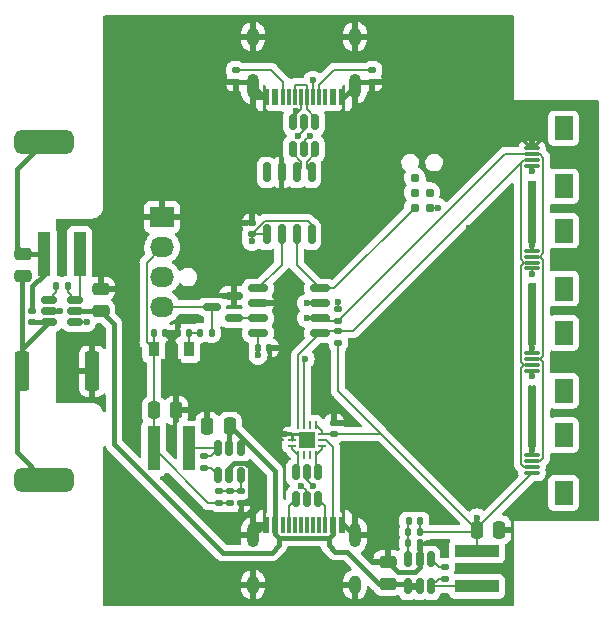
<source format=gtl>
G04 #@! TF.GenerationSoftware,KiCad,Pcbnew,7.0.10*
G04 #@! TF.CreationDate,2024-01-04T17:22:19+01:00*
G04 #@! TF.ProjectId,fosmometer,666f736d-6f6d-4657-9465-722e6b696361,rev?*
G04 #@! TF.SameCoordinates,Original*
G04 #@! TF.FileFunction,Copper,L1,Top*
G04 #@! TF.FilePolarity,Positive*
%FSLAX46Y46*%
G04 Gerber Fmt 4.6, Leading zero omitted, Abs format (unit mm)*
G04 Created by KiCad (PCBNEW 7.0.10) date 2024-01-04 17:22:19*
%MOMM*%
%LPD*%
G01*
G04 APERTURE LIST*
G04 Aperture macros list*
%AMRoundRect*
0 Rectangle with rounded corners*
0 $1 Rounding radius*
0 $2 $3 $4 $5 $6 $7 $8 $9 X,Y pos of 4 corners*
0 Add a 4 corners polygon primitive as box body*
4,1,4,$2,$3,$4,$5,$6,$7,$8,$9,$2,$3,0*
0 Add four circle primitives for the rounded corners*
1,1,$1+$1,$2,$3*
1,1,$1+$1,$4,$5*
1,1,$1+$1,$6,$7*
1,1,$1+$1,$8,$9*
0 Add four rect primitives between the rounded corners*
20,1,$1+$1,$2,$3,$4,$5,0*
20,1,$1+$1,$4,$5,$6,$7,0*
20,1,$1+$1,$6,$7,$8,$9,0*
20,1,$1+$1,$8,$9,$2,$3,0*%
%AMFreePoly0*
4,1,9,3.862500,-0.866500,0.737500,-0.866500,0.737500,-0.450000,-0.737500,-0.450000,-0.737500,0.450000,0.737500,0.450000,0.737500,0.866500,3.862500,0.866500,3.862500,-0.866500,3.862500,-0.866500,$1*%
G04 Aperture macros list end*
G04 #@! TA.AperFunction,SMDPad,CuDef*
%ADD10RoundRect,0.075000X0.575000X-0.075000X0.575000X0.075000X-0.575000X0.075000X-0.575000X-0.075000X0*%
G04 #@! TD*
G04 #@! TA.AperFunction,SMDPad,CuDef*
%ADD11R,1.600000X2.000000*%
G04 #@! TD*
G04 #@! TA.AperFunction,SMDPad,CuDef*
%ADD12RoundRect,0.062500X0.275000X0.062500X-0.275000X0.062500X-0.275000X-0.062500X0.275000X-0.062500X0*%
G04 #@! TD*
G04 #@! TA.AperFunction,SMDPad,CuDef*
%ADD13RoundRect,0.062500X0.062500X0.275000X-0.062500X0.275000X-0.062500X-0.275000X0.062500X-0.275000X0*%
G04 #@! TD*
G04 #@! TA.AperFunction,SMDPad,CuDef*
%ADD14R,1.450000X1.450000*%
G04 #@! TD*
G04 #@! TA.AperFunction,SMDPad,CuDef*
%ADD15RoundRect,0.140000X0.170000X-0.140000X0.170000X0.140000X-0.170000X0.140000X-0.170000X-0.140000X0*%
G04 #@! TD*
G04 #@! TA.AperFunction,SMDPad,CuDef*
%ADD16RoundRect,0.135000X-0.135000X-0.185000X0.135000X-0.185000X0.135000X0.185000X-0.135000X0.185000X0*%
G04 #@! TD*
G04 #@! TA.AperFunction,SMDPad,CuDef*
%ADD17RoundRect,0.250000X-0.250000X-0.475000X0.250000X-0.475000X0.250000X0.475000X-0.250000X0.475000X0*%
G04 #@! TD*
G04 #@! TA.AperFunction,SMDPad,CuDef*
%ADD18R,0.600000X1.450000*%
G04 #@! TD*
G04 #@! TA.AperFunction,SMDPad,CuDef*
%ADD19R,0.300000X1.450000*%
G04 #@! TD*
G04 #@! TA.AperFunction,ComponentPad*
%ADD20O,1.000000X2.100000*%
G04 #@! TD*
G04 #@! TA.AperFunction,ComponentPad*
%ADD21O,1.000000X1.600000*%
G04 #@! TD*
G04 #@! TA.AperFunction,SMDPad,CuDef*
%ADD22RoundRect,0.135000X-0.185000X0.135000X-0.185000X-0.135000X0.185000X-0.135000X0.185000X0.135000X0*%
G04 #@! TD*
G04 #@! TA.AperFunction,SMDPad,CuDef*
%ADD23RoundRect,0.250000X0.250000X0.475000X-0.250000X0.475000X-0.250000X-0.475000X0.250000X-0.475000X0*%
G04 #@! TD*
G04 #@! TA.AperFunction,SMDPad,CuDef*
%ADD24R,3.700000X1.100000*%
G04 #@! TD*
G04 #@! TA.AperFunction,SMDPad,CuDef*
%ADD25RoundRect,0.150000X0.150000X-0.512500X0.150000X0.512500X-0.150000X0.512500X-0.150000X-0.512500X0*%
G04 #@! TD*
G04 #@! TA.AperFunction,SMDPad,CuDef*
%ADD26RoundRect,0.140000X-0.140000X-0.170000X0.140000X-0.170000X0.140000X0.170000X-0.140000X0.170000X0*%
G04 #@! TD*
G04 #@! TA.AperFunction,SMDPad,CuDef*
%ADD27R,0.900000X1.300000*%
G04 #@! TD*
G04 #@! TA.AperFunction,SMDPad,CuDef*
%ADD28FreePoly0,270.000000*%
G04 #@! TD*
G04 #@! TA.AperFunction,SMDPad,CuDef*
%ADD29RoundRect,0.250000X0.475000X-0.250000X0.475000X0.250000X-0.475000X0.250000X-0.475000X-0.250000X0*%
G04 #@! TD*
G04 #@! TA.AperFunction,ComponentPad*
%ADD30R,2.030000X1.730000*%
G04 #@! TD*
G04 #@! TA.AperFunction,ComponentPad*
%ADD31O,2.030000X1.730000*%
G04 #@! TD*
G04 #@! TA.AperFunction,SMDPad,CuDef*
%ADD32RoundRect,0.140000X0.140000X0.170000X-0.140000X0.170000X-0.140000X-0.170000X0.140000X-0.170000X0*%
G04 #@! TD*
G04 #@! TA.AperFunction,SMDPad,CuDef*
%ADD33R,1.100000X3.700000*%
G04 #@! TD*
G04 #@! TA.AperFunction,SMDPad,CuDef*
%ADD34RoundRect,0.150000X-0.150000X0.675000X-0.150000X-0.675000X0.150000X-0.675000X0.150000X0.675000X0*%
G04 #@! TD*
G04 #@! TA.AperFunction,SMDPad,CuDef*
%ADD35RoundRect,0.150000X-0.512500X-0.150000X0.512500X-0.150000X0.512500X0.150000X-0.512500X0.150000X0*%
G04 #@! TD*
G04 #@! TA.AperFunction,SMDPad,CuDef*
%ADD36RoundRect,0.250000X-0.475000X0.250000X-0.475000X-0.250000X0.475000X-0.250000X0.475000X0.250000X0*%
G04 #@! TD*
G04 #@! TA.AperFunction,SMDPad,CuDef*
%ADD37RoundRect,0.150000X-0.675000X-0.150000X0.675000X-0.150000X0.675000X0.150000X-0.675000X0.150000X0*%
G04 #@! TD*
G04 #@! TA.AperFunction,SMDPad,CuDef*
%ADD38RoundRect,0.140000X-0.170000X0.140000X-0.170000X-0.140000X0.170000X-0.140000X0.170000X0.140000X0*%
G04 #@! TD*
G04 #@! TA.AperFunction,SMDPad,CuDef*
%ADD39RoundRect,0.135000X0.185000X-0.135000X0.185000X0.135000X-0.185000X0.135000X-0.185000X-0.135000X0*%
G04 #@! TD*
G04 #@! TA.AperFunction,SMDPad,CuDef*
%ADD40RoundRect,0.150000X0.587500X0.150000X-0.587500X0.150000X-0.587500X-0.150000X0.587500X-0.150000X0*%
G04 #@! TD*
G04 #@! TA.AperFunction,ConnectorPad*
%ADD41C,0.787400*%
G04 #@! TD*
G04 #@! TA.AperFunction,SMDPad,CuDef*
%ADD42RoundRect,0.150000X-0.150000X0.512500X-0.150000X-0.512500X0.150000X-0.512500X0.150000X0.512500X0*%
G04 #@! TD*
G04 #@! TA.AperFunction,SMDPad,CuDef*
%ADD43RoundRect,0.250000X-0.362500X-1.425000X0.362500X-1.425000X0.362500X1.425000X-0.362500X1.425000X0*%
G04 #@! TD*
G04 #@! TA.AperFunction,SMDPad,CuDef*
%ADD44RoundRect,0.135000X0.135000X0.185000X-0.135000X0.185000X-0.135000X-0.185000X0.135000X-0.185000X0*%
G04 #@! TD*
G04 #@! TA.AperFunction,SMDPad,CuDef*
%ADD45RoundRect,0.500000X2.000000X-0.500000X2.000000X0.500000X-2.000000X0.500000X-2.000000X-0.500000X0*%
G04 #@! TD*
G04 #@! TA.AperFunction,ViaPad*
%ADD46C,0.600000*%
G04 #@! TD*
G04 #@! TA.AperFunction,Conductor*
%ADD47C,0.200000*%
G04 #@! TD*
G04 #@! TA.AperFunction,Conductor*
%ADD48C,0.250000*%
G04 #@! TD*
G04 #@! TA.AperFunction,Conductor*
%ADD49C,0.400000*%
G04 #@! TD*
G04 #@! TA.AperFunction,Conductor*
%ADD50C,0.300000*%
G04 #@! TD*
G04 #@! TA.AperFunction,Conductor*
%ADD51C,0.600000*%
G04 #@! TD*
G04 APERTURE END LIST*
D10*
X144300000Y-146420000D03*
X144300000Y-145920000D03*
X144300000Y-145420000D03*
X144300000Y-144920000D03*
D11*
X146980000Y-148120000D03*
X146980000Y-143220000D03*
D12*
X126512500Y-161430000D03*
X126512500Y-160930000D03*
X126512500Y-160430000D03*
D13*
X126000000Y-159667500D03*
X125500000Y-159667500D03*
X125000000Y-159667500D03*
X124500000Y-159667500D03*
D12*
X123987500Y-160430000D03*
X123987500Y-160930000D03*
X123987500Y-161430000D03*
D13*
X124500000Y-162192500D03*
X125000000Y-162192500D03*
X125500000Y-162192500D03*
X126000000Y-162192500D03*
D14*
X125250000Y-160930000D03*
D15*
X116530000Y-163282500D03*
X116530000Y-162322500D03*
D16*
X116152500Y-151885000D03*
X117172500Y-151885000D03*
D17*
X139650000Y-168557500D03*
X141550000Y-168557500D03*
D18*
X121750000Y-168105000D03*
X122550000Y-168105000D03*
D19*
X123750000Y-168105000D03*
X124750000Y-168105000D03*
X125250000Y-168105000D03*
X126250000Y-168105000D03*
D18*
X127450000Y-168105000D03*
X128250000Y-168105000D03*
X128250000Y-168105000D03*
X127450000Y-168105000D03*
D19*
X126750000Y-168105000D03*
X125750000Y-168105000D03*
X124250000Y-168105000D03*
X123250000Y-168105000D03*
D18*
X122550000Y-168105000D03*
X121750000Y-168105000D03*
D20*
X120680000Y-169020000D03*
D21*
X120680000Y-173200000D03*
D20*
X129320000Y-169020000D03*
D21*
X129320000Y-173200000D03*
D22*
X127900000Y-149830000D03*
X127900000Y-150850000D03*
D23*
X118720000Y-159772500D03*
X116820000Y-159772500D03*
D22*
X119640000Y-165272500D03*
X119640000Y-166292500D03*
D24*
X139650000Y-173337500D03*
X139650000Y-170337500D03*
D15*
X117770000Y-166262500D03*
X117770000Y-165302500D03*
D18*
X128250000Y-131895000D03*
X127450000Y-131895000D03*
D19*
X126250000Y-131895000D03*
X125250000Y-131895000D03*
X124750000Y-131895000D03*
X123750000Y-131895000D03*
D18*
X122550000Y-131895000D03*
X121750000Y-131895000D03*
X121750000Y-131895000D03*
X122550000Y-131895000D03*
D19*
X123250000Y-131895000D03*
X124250000Y-131895000D03*
X125750000Y-131895000D03*
X126750000Y-131895000D03*
D18*
X127450000Y-131895000D03*
X128250000Y-131895000D03*
D20*
X129320000Y-130980000D03*
D21*
X129320000Y-126800000D03*
D20*
X120680000Y-130980000D03*
D21*
X120680000Y-126800000D03*
D10*
X144300000Y-155080000D03*
X144300000Y-154580000D03*
X144300000Y-154080000D03*
X144300000Y-153580000D03*
D11*
X146980000Y-156780000D03*
X146980000Y-151880000D03*
D25*
X124300000Y-165967500D03*
X125250000Y-165967500D03*
X126200000Y-165967500D03*
X126200000Y-163692500D03*
X125250000Y-163692500D03*
X124300000Y-163692500D03*
D26*
X104025000Y-147877500D03*
X104985000Y-147877500D03*
D27*
X115270000Y-153255000D03*
D28*
X113770000Y-153342500D03*
D27*
X112270000Y-153255000D03*
D10*
X144300000Y-137760000D03*
X144300000Y-137260000D03*
X144300000Y-136760000D03*
X144300000Y-136260000D03*
D11*
X146980000Y-139460000D03*
X146980000Y-134560000D03*
D29*
X107785000Y-150037500D03*
X107785000Y-148137500D03*
D22*
X119210000Y-129630000D03*
X119210000Y-130650000D03*
D30*
X112990000Y-142065000D03*
D31*
X112990000Y-144605000D03*
X112990000Y-147145000D03*
X112990000Y-149685000D03*
D32*
X115270000Y-151895000D03*
X114310000Y-151895000D03*
D33*
X106005000Y-145167500D03*
X103005000Y-145167500D03*
D34*
X125635000Y-138295000D03*
X124365000Y-138295000D03*
X123095000Y-138295000D03*
X121825000Y-138295000D03*
X121825000Y-143545000D03*
X123095000Y-143545000D03*
X124365000Y-143545000D03*
X125635000Y-143545000D03*
D35*
X103367500Y-149087500D03*
X103367500Y-150037500D03*
X103367500Y-150987500D03*
X105642500Y-150987500D03*
X105642500Y-150037500D03*
X105642500Y-149087500D03*
D36*
X101225000Y-145167500D03*
X101225000Y-147067500D03*
D37*
X121105000Y-148095000D03*
X121105000Y-149365000D03*
X121105000Y-150635000D03*
X121105000Y-151905000D03*
X126355000Y-151905000D03*
X126355000Y-150635000D03*
X126355000Y-149365000D03*
X126355000Y-148095000D03*
D38*
X136940000Y-171720000D03*
X136940000Y-172680000D03*
D39*
X118700000Y-166292500D03*
X118700000Y-165272500D03*
D40*
X119047500Y-150635000D03*
X119047500Y-148735000D03*
X117172500Y-149685000D03*
D15*
X127560000Y-160430000D03*
X127560000Y-159470000D03*
D17*
X112270000Y-158435000D03*
X114170000Y-158435000D03*
D41*
X135635000Y-141270000D03*
X134365000Y-141270000D03*
X135635000Y-140000000D03*
X134365000Y-140000000D03*
X135635000Y-138730000D03*
X134365000Y-138730000D03*
D42*
X135730000Y-171062500D03*
X134780000Y-171062500D03*
X133830000Y-171062500D03*
X133830000Y-173337500D03*
X134780000Y-173337500D03*
X135730000Y-173337500D03*
D43*
X101112500Y-155125000D03*
X107037500Y-155125000D03*
D10*
X144300000Y-163740000D03*
X144300000Y-163240000D03*
X144300000Y-162740000D03*
X144300000Y-162240000D03*
D11*
X146980000Y-165440000D03*
X146980000Y-160540000D03*
D26*
X112270000Y-151895000D03*
X113230000Y-151895000D03*
D38*
X101995000Y-150027500D03*
X101995000Y-150987500D03*
D15*
X120570000Y-143545000D03*
X120570000Y-142585000D03*
D32*
X134820000Y-167810000D03*
X133860000Y-167810000D03*
D44*
X134850000Y-168740000D03*
X133830000Y-168740000D03*
D22*
X130790000Y-129630000D03*
X130790000Y-130650000D03*
D45*
X103000000Y-164300000D03*
X103000000Y-135700000D03*
D26*
X121105000Y-153160000D03*
X122065000Y-153160000D03*
D29*
X132100000Y-173150000D03*
X132100000Y-171250000D03*
D42*
X125950000Y-134032500D03*
X125000000Y-134032500D03*
X124050000Y-134032500D03*
X124050000Y-136307500D03*
X125000000Y-136307500D03*
X125950000Y-136307500D03*
D33*
X115270000Y-161665000D03*
X112270000Y-161665000D03*
D25*
X117740000Y-163940000D03*
X118690000Y-163940000D03*
X119640000Y-163940000D03*
X119640000Y-161665000D03*
X118690000Y-161665000D03*
X117740000Y-161665000D03*
D39*
X127900000Y-152710000D03*
X127900000Y-151690000D03*
D16*
X133830000Y-169680000D03*
X134850000Y-169680000D03*
D46*
X144300000Y-146870000D03*
X144300000Y-155530000D03*
X144300000Y-138210000D03*
X136328700Y-141270000D03*
X127900000Y-149260000D03*
X120570000Y-144125000D03*
X125725000Y-164830000D03*
X139650000Y-167532500D03*
X121105000Y-153770000D03*
X125475000Y-135170000D03*
X136328700Y-138730000D03*
X119047500Y-148135000D03*
X107037500Y-157100000D03*
X124775000Y-164830000D03*
X104330000Y-150037500D03*
X133800000Y-164000000D03*
X144300000Y-161790000D03*
X142350000Y-168557500D03*
X144300000Y-153130000D03*
X124525000Y-135170000D03*
X109900000Y-151900000D03*
X144300000Y-135810000D03*
X139000000Y-143000000D03*
X128170000Y-159470000D03*
X144300000Y-144470000D03*
X135600000Y-146600000D03*
X116820000Y-158747500D03*
X114970000Y-158435000D03*
X135600000Y-158200000D03*
X113770000Y-152305000D03*
X123350000Y-160430000D03*
X125750000Y-130500000D03*
X124335695Y-133119977D03*
X125100000Y-154100000D03*
X125230000Y-150635000D03*
X125230000Y-149365000D03*
X106605000Y-150987500D03*
D47*
X125250000Y-163692500D02*
X125250000Y-164355000D01*
X121105000Y-153160000D02*
X121105000Y-151905000D01*
X139467500Y-168740000D02*
X139650000Y-168557500D01*
X125250000Y-164355000D02*
X125725000Y-164830000D01*
X125475000Y-135170000D02*
X125000000Y-135645000D01*
X134850000Y-168740000D02*
X139467500Y-168740000D01*
X144300000Y-138210000D02*
X144300000Y-137760000D01*
X139650000Y-168557500D02*
X131522500Y-160430000D01*
X126512500Y-160430000D02*
X127560000Y-160430000D01*
X139650000Y-167532500D02*
X139650000Y-168557500D01*
X144300000Y-146870000D02*
X144300000Y-146420000D01*
X136328700Y-141270000D02*
X135635000Y-141270000D01*
X125635000Y-143545000D02*
X125635000Y-142720001D01*
X127900000Y-149830000D02*
X127900000Y-149260000D01*
X125635000Y-142720001D02*
X125334999Y-142420000D01*
X120570000Y-143545000D02*
X121825000Y-143545000D01*
X139650000Y-168390000D02*
X139650000Y-168557500D01*
X139920000Y-168120000D02*
X139650000Y-168390000D01*
X125334999Y-142420000D02*
X121695000Y-142420000D01*
X131522500Y-160430000D02*
X127560000Y-160430000D01*
X121695000Y-142420000D02*
X120570000Y-143545000D01*
X127900000Y-152710000D02*
X127900000Y-156807500D01*
X126512500Y-160180000D02*
X126512500Y-160430000D01*
X144300000Y-163740000D02*
X139920000Y-168120000D01*
X121105000Y-153160000D02*
X121105000Y-153770000D01*
X125000000Y-135645000D02*
X125000000Y-136307500D01*
X139650000Y-170337500D02*
X139650000Y-168557500D01*
X134850000Y-167840000D02*
X134820000Y-167810000D01*
X120570000Y-143545000D02*
X120570000Y-144125000D01*
X126000000Y-159667500D02*
X126512500Y-160180000D01*
X144300000Y-155530000D02*
X144300000Y-155080000D01*
X134850000Y-168740000D02*
X134850000Y-167840000D01*
X127900000Y-156807500D02*
X131522500Y-160430000D01*
D48*
X123987500Y-160430000D02*
X123987500Y-160930000D01*
X123987500Y-160430000D02*
X123350000Y-160430000D01*
D49*
X116820000Y-158747500D02*
X116820000Y-159772500D01*
X136328700Y-138730000D02*
X135635000Y-138730000D01*
X128250000Y-168105000D02*
X128405000Y-168105000D01*
X142350000Y-168557500D02*
X141550000Y-168557500D01*
X107037500Y-157100000D02*
X107037500Y-155125000D01*
X134379999Y-172125000D02*
X134780000Y-171724999D01*
X104330000Y-150037500D02*
X103367500Y-150037500D01*
X121595000Y-131895000D02*
X120680000Y-130980000D01*
X119090001Y-162877500D02*
X120021974Y-162877500D01*
D50*
X144300000Y-144470000D02*
X144300000Y-144920000D01*
D49*
X128170000Y-159470000D02*
X127560000Y-159470000D01*
X119047500Y-148135000D02*
X119047500Y-148735000D01*
X118690000Y-163277501D02*
X119090001Y-162877500D01*
X119210000Y-130650000D02*
X120350000Y-130650000D01*
X120350000Y-130650000D02*
X120680000Y-130980000D01*
D47*
X125250000Y-165305000D02*
X125250000Y-165967500D01*
D50*
X144300000Y-161790000D02*
X144300000Y-162240000D01*
D49*
X128405000Y-131895000D02*
X129320000Y-130980000D01*
D47*
X124525000Y-135170000D02*
X125000000Y-134695000D01*
D50*
X144300000Y-135810000D02*
X144300000Y-136260000D01*
D49*
X134780000Y-171062500D02*
X134780000Y-169750000D01*
D50*
X144300000Y-153130000D02*
X144300000Y-153580000D01*
D49*
X113770000Y-152435000D02*
X113230000Y-151895000D01*
X120400000Y-165852499D02*
X119959999Y-166292500D01*
D47*
X124775000Y-164830000D02*
X125250000Y-165305000D01*
D49*
X128250000Y-131895000D02*
X128405000Y-131895000D01*
D48*
X124750000Y-160430000D02*
X125250000Y-160930000D01*
D49*
X121750000Y-168105000D02*
X121595000Y-168105000D01*
X130790000Y-130650000D02*
X129650000Y-130650000D01*
X118690000Y-163940000D02*
X118690000Y-163277501D01*
X113770000Y-153342500D02*
X113770000Y-152435000D01*
X113770000Y-152435000D02*
X113802500Y-152402500D01*
X134780000Y-169750000D02*
X134850000Y-169680000D01*
X119959999Y-166292500D02*
X119640000Y-166292500D01*
X120400000Y-163255526D02*
X120400000Y-165852499D01*
X128405000Y-168105000D02*
X129320000Y-169020000D01*
X114970000Y-158435000D02*
X114170000Y-158435000D01*
X120021974Y-162877500D02*
X120400000Y-163255526D01*
X132975000Y-172125000D02*
X134379999Y-172125000D01*
X134780000Y-171724999D02*
X134780000Y-171062500D01*
X129650000Y-130650000D02*
X129320000Y-130980000D01*
X113802500Y-152402500D02*
X114310000Y-151895000D01*
X121595000Y-168105000D02*
X120680000Y-169020000D01*
X121750000Y-131895000D02*
X121595000Y-131895000D01*
D47*
X125000000Y-134695000D02*
X125000000Y-134032500D01*
D48*
X123987500Y-160430000D02*
X124750000Y-160430000D01*
D49*
X132100000Y-171250000D02*
X132975000Y-172125000D01*
D47*
X136387500Y-171720000D02*
X135730000Y-171062500D01*
X136940000Y-171720000D02*
X136387500Y-171720000D01*
X136940000Y-172680000D02*
X136387500Y-172680000D01*
X136387500Y-172680000D02*
X135730000Y-173337500D01*
X135730000Y-173337500D02*
X139650000Y-173337500D01*
X111675000Y-152660000D02*
X111675000Y-145920000D01*
X112270000Y-161665000D02*
X116867500Y-166262500D01*
X118700000Y-166292500D02*
X117800000Y-166292500D01*
X117800000Y-166292500D02*
X117770000Y-166262500D01*
X112270000Y-153255000D02*
X112270000Y-151895000D01*
X112270000Y-161665000D02*
X112270000Y-158435000D01*
X112270000Y-158435000D02*
X112270000Y-153255000D01*
X116867500Y-166262500D02*
X117770000Y-166262500D01*
X112270000Y-153255000D02*
X111675000Y-152660000D01*
X111675000Y-145920000D02*
X112990000Y-144605000D01*
X115270000Y-153255000D02*
X115270000Y-151895000D01*
X116142500Y-151895000D02*
X116152500Y-151885000D01*
X115270000Y-151895000D02*
X116142500Y-151895000D01*
X127450000Y-161515614D02*
X126864386Y-160930000D01*
D49*
X122550000Y-163602500D02*
X118720000Y-159772500D01*
X118690000Y-161665000D02*
X118690000Y-159802500D01*
X127113984Y-169230000D02*
X127450000Y-168893984D01*
X133642500Y-173150000D02*
X133830000Y-173337500D01*
X108900000Y-151152500D02*
X107785000Y-150037500D01*
X118690000Y-159802500D02*
X118720000Y-159772500D01*
X128625000Y-170400000D02*
X127643984Y-170400000D01*
X122886016Y-169870000D02*
X122256016Y-170500000D01*
D47*
X126864386Y-160930000D02*
X126512500Y-160930000D01*
D49*
X122886016Y-169230000D02*
X122886016Y-169870000D01*
X105642500Y-150037500D02*
X107785000Y-150037500D01*
X127643984Y-170400000D02*
X127113984Y-169870000D01*
X127450000Y-168893984D02*
X127450000Y-168105000D01*
D51*
X133830000Y-173337500D02*
X134780000Y-173337500D01*
D49*
X118100000Y-170500000D02*
X108900000Y-161300000D01*
X122550000Y-168105000D02*
X122550000Y-163602500D01*
X122886016Y-169230000D02*
X122550000Y-168893984D01*
X132100000Y-173150000D02*
X131375000Y-173150000D01*
X122550000Y-168893984D02*
X122550000Y-168105000D01*
X132100000Y-173150000D02*
X133642500Y-173150000D01*
X131375000Y-173150000D02*
X128625000Y-170400000D01*
X108900000Y-161300000D02*
X108900000Y-151152500D01*
X127113984Y-169230000D02*
X122886016Y-169230000D01*
X122256016Y-170500000D02*
X118100000Y-170500000D01*
X127113984Y-169870000D02*
X127113984Y-169230000D01*
D47*
X127450000Y-168105000D02*
X127450000Y-161515614D01*
X133830000Y-171062500D02*
X133830000Y-169680000D01*
X133830000Y-168740000D02*
X133830000Y-167840000D01*
X133830000Y-167840000D02*
X133860000Y-167810000D01*
X133830000Y-169680000D02*
X133830000Y-168740000D01*
X116530000Y-163282500D02*
X117082500Y-163282500D01*
X117082500Y-163282500D02*
X117740000Y-163940000D01*
X116530000Y-162322500D02*
X117082500Y-162322500D01*
X117082500Y-162322500D02*
X117740000Y-161665000D01*
X117740000Y-161665000D02*
X115270000Y-161665000D01*
X118700000Y-165272500D02*
X117800000Y-165272500D01*
X119640000Y-163940000D02*
X119640000Y-165272500D01*
X117800000Y-165272500D02*
X117770000Y-165302500D01*
X118700000Y-165272500D02*
X119640000Y-165272500D01*
X104025000Y-147877500D02*
X104025000Y-148430000D01*
X104025000Y-148430000D02*
X103367500Y-149087500D01*
X106005000Y-148725000D02*
X105642500Y-149087500D01*
X106005000Y-145167500D02*
X106005000Y-148725000D01*
X104985000Y-147877500D02*
X104985000Y-148430000D01*
X104985000Y-148430000D02*
X105642500Y-149087500D01*
D49*
X101995000Y-147948666D02*
X103005000Y-146938666D01*
X103005000Y-146938666D02*
X103005000Y-145167500D01*
X101225000Y-145167500D02*
X103005000Y-145167500D01*
X100700000Y-144642500D02*
X100700000Y-138000000D01*
X100700000Y-138000000D02*
X103000000Y-135700000D01*
X101995000Y-150027500D02*
X101995000Y-147948666D01*
X101225000Y-145167500D02*
X100700000Y-144642500D01*
X101112500Y-153242500D02*
X101112500Y-147180000D01*
X100700000Y-162000000D02*
X103000000Y-164300000D01*
X101112500Y-155125000D02*
X101112500Y-153242500D01*
X101112500Y-147180000D02*
X101225000Y-147067500D01*
X101112500Y-153242500D02*
X103367500Y-150987500D01*
X103367500Y-150987500D02*
X101995000Y-150987500D01*
X101112500Y-155125000D02*
X100700000Y-155537500D01*
X100700000Y-155537500D02*
X100700000Y-162000000D01*
D47*
X124300000Y-165967500D02*
X123750000Y-166517500D01*
X124500000Y-162192500D02*
X124500000Y-163492500D01*
X123750000Y-166517500D02*
X123750000Y-168105000D01*
X124500000Y-162192500D02*
X123987500Y-161680000D01*
X123987500Y-161680000D02*
X123987500Y-161430000D01*
X124500000Y-163492500D02*
X124300000Y-163692500D01*
X126000000Y-163492500D02*
X126200000Y-163692500D01*
X126512500Y-161680000D02*
X126512500Y-161430000D01*
X126200000Y-165967500D02*
X126750000Y-166517500D01*
X126000000Y-162192500D02*
X126000000Y-163492500D01*
X126000000Y-162192500D02*
X126512500Y-161680000D01*
X126750000Y-166517500D02*
X126750000Y-168105000D01*
X124750000Y-132470000D02*
X124750000Y-131895000D01*
X124050000Y-134032500D02*
X124050000Y-133670000D01*
X124775000Y-137395000D02*
X124050000Y-136670000D01*
X124775000Y-132945000D02*
X124775000Y-132495000D01*
X125750000Y-130500000D02*
X125750000Y-131895000D01*
X124775000Y-137885000D02*
X124775000Y-137395000D01*
X124050000Y-136670000D02*
X124050000Y-136307500D01*
X124365000Y-138295000D02*
X124775000Y-137885000D01*
X124775000Y-132495000D02*
X124750000Y-132470000D01*
X124050000Y-133670000D02*
X124775000Y-132945000D01*
X125250000Y-131895000D02*
X125250000Y-130920000D01*
X125200000Y-130870000D02*
X124300000Y-130870000D01*
X125635000Y-138295000D02*
X125225000Y-137885000D01*
X125225000Y-137885000D02*
X125225000Y-137395000D01*
X125950000Y-136670000D02*
X125950000Y-136307500D01*
X125225000Y-132945000D02*
X125225000Y-132495000D01*
X125250000Y-130920000D02*
X125200000Y-130870000D01*
X125225000Y-137395000D02*
X125950000Y-136670000D01*
X125950000Y-133670000D02*
X125225000Y-132945000D01*
X125225000Y-132495000D02*
X125250000Y-132470000D01*
X124250000Y-130920000D02*
X124250000Y-131895000D01*
X124300000Y-130870000D02*
X124250000Y-130920000D01*
X125250000Y-132470000D02*
X125250000Y-131895000D01*
X125950000Y-134032500D02*
X125950000Y-133670000D01*
X127540000Y-129630000D02*
X130790000Y-129630000D01*
X126250000Y-131895000D02*
X126250000Y-130920000D01*
X126250000Y-130920000D02*
X127540000Y-129630000D01*
X123250000Y-130635406D02*
X122244594Y-129630000D01*
X123250000Y-131895000D02*
X123250000Y-130635406D01*
X122244594Y-129630000D02*
X119210000Y-129630000D01*
X117172500Y-151885000D02*
X117172500Y-149685000D01*
X112990000Y-149685000D02*
X117172500Y-149685000D01*
X143617590Y-145920000D02*
X143350000Y-146187590D01*
X144300000Y-137260000D02*
X143617590Y-137260000D01*
X143350000Y-162972410D02*
X143617590Y-163240000D01*
X144300000Y-145920000D02*
X143617590Y-145920000D01*
X143350000Y-137527590D02*
X143350000Y-145652410D01*
X129187590Y-151690000D02*
X127900000Y-151690000D01*
X143350000Y-154312410D02*
X143617590Y-154580000D01*
X124500000Y-159667500D02*
X124500000Y-153760000D01*
X143350000Y-146187590D02*
X143350000Y-154312410D01*
X126570000Y-151690000D02*
X126355000Y-151905000D01*
X143350000Y-154847590D02*
X143350000Y-162972410D01*
X143617590Y-163240000D02*
X144300000Y-163240000D01*
X124500000Y-153760000D02*
X126355000Y-151905000D01*
X143617590Y-154580000D02*
X143350000Y-154847590D01*
X143350000Y-145652410D02*
X143617590Y-145920000D01*
X143617590Y-137260000D02*
X143350000Y-137527590D01*
X144300000Y-154580000D02*
X143617590Y-154580000D01*
X127900000Y-151690000D02*
X126570000Y-151690000D01*
X143617590Y-137260000D02*
X129187590Y-151690000D01*
X144300000Y-154080000D02*
X144982410Y-154080000D01*
X144982410Y-162740000D02*
X144300000Y-162740000D01*
X144982410Y-136760000D02*
X145250000Y-137027590D01*
X127900000Y-150850000D02*
X126570000Y-150850000D01*
X141990000Y-136760000D02*
X144300000Y-136760000D01*
X145250000Y-145687590D02*
X145250000Y-153812410D01*
X145250000Y-145152410D02*
X144982410Y-145420000D01*
X126570000Y-150850000D02*
X126355000Y-150635000D01*
X144300000Y-145420000D02*
X144982410Y-145420000D01*
X125000000Y-159667500D02*
X125000000Y-154200000D01*
X145250000Y-162472410D02*
X144982410Y-162740000D01*
X145250000Y-154347590D02*
X145250000Y-162472410D01*
X125000000Y-154200000D02*
X125100000Y-154100000D01*
X144982410Y-154080000D02*
X145250000Y-154347590D01*
X145250000Y-137027590D02*
X145250000Y-145152410D01*
X126355000Y-150635000D02*
X125230000Y-150635000D01*
X144982410Y-145420000D02*
X145250000Y-145687590D01*
X144300000Y-136760000D02*
X144982410Y-136760000D01*
X145250000Y-153812410D02*
X144982410Y-154080000D01*
X127900000Y-150850000D02*
X141990000Y-136760000D01*
X124365000Y-146105000D02*
X124365000Y-143545000D01*
X126355000Y-148095000D02*
X124365000Y-146105000D01*
X127540000Y-148095000D02*
X134365000Y-141270000D01*
X126355000Y-148095000D02*
X127540000Y-148095000D01*
X119047500Y-150635000D02*
X121105000Y-150635000D01*
X123095000Y-146105000D02*
X123095000Y-143545000D01*
X121105000Y-148095000D02*
X123095000Y-146105000D01*
X105642500Y-150987500D02*
X106605000Y-150987500D01*
X126355000Y-149365000D02*
X125230000Y-149365000D01*
G04 #@! TA.AperFunction,Conductor*
G36*
X142743039Y-125020185D02*
G01*
X142788794Y-125072989D01*
X142800000Y-125124500D01*
X142800000Y-132200000D01*
X149875500Y-132200000D01*
X149942539Y-132219685D01*
X149988294Y-132272489D01*
X149999500Y-132324000D01*
X149999500Y-167676000D01*
X149979815Y-167743039D01*
X149927011Y-167788794D01*
X149875500Y-167800000D01*
X142800000Y-167800000D01*
X142800000Y-174875500D01*
X142780315Y-174942539D01*
X142727511Y-174988294D01*
X142676000Y-174999500D01*
X108124000Y-174999500D01*
X108056961Y-174979815D01*
X108011206Y-174927011D01*
X108000000Y-174875500D01*
X108000000Y-173550713D01*
X119680000Y-173550713D01*
X119695418Y-173702338D01*
X119756299Y-173896381D01*
X119756304Y-173896391D01*
X119855005Y-174074215D01*
X119855005Y-174074216D01*
X119987478Y-174228530D01*
X119987479Y-174228531D01*
X120148304Y-174353018D01*
X120330907Y-174442589D01*
X120430000Y-174468244D01*
X120430000Y-173666110D01*
X120454457Y-173705610D01*
X120543962Y-173773201D01*
X120651840Y-173803895D01*
X120763521Y-173793546D01*
X120863922Y-173743552D01*
X120930000Y-173671069D01*
X120930000Y-174473365D01*
X120931944Y-174473069D01*
X120931945Y-174473069D01*
X121122660Y-174402436D01*
X121122664Y-174402434D01*
X121295267Y-174294850D01*
X121442668Y-174154735D01*
X121442669Y-174154733D01*
X121558856Y-173987804D01*
X121639059Y-173800907D01*
X121680000Y-173601690D01*
X121680000Y-173450000D01*
X120980000Y-173450000D01*
X120980000Y-172950000D01*
X121680000Y-172950000D01*
X121680000Y-172849286D01*
X121664581Y-172697661D01*
X121603700Y-172503618D01*
X121603695Y-172503608D01*
X121504994Y-172325784D01*
X121504994Y-172325783D01*
X121372521Y-172171469D01*
X121372520Y-172171468D01*
X121211695Y-172046981D01*
X121029093Y-171957411D01*
X120930000Y-171931753D01*
X120930000Y-172733889D01*
X120905543Y-172694390D01*
X120816038Y-172626799D01*
X120708160Y-172596105D01*
X120596479Y-172606454D01*
X120496078Y-172656448D01*
X120430000Y-172728930D01*
X120430000Y-171926633D01*
X120428053Y-171926931D01*
X120428047Y-171926933D01*
X120237342Y-171997562D01*
X120237335Y-171997565D01*
X120064732Y-172105149D01*
X119917331Y-172245264D01*
X119917330Y-172245266D01*
X119801143Y-172412195D01*
X119720940Y-172599092D01*
X119680000Y-172798309D01*
X119680000Y-172950000D01*
X120380000Y-172950000D01*
X120380000Y-173450000D01*
X119680000Y-173450000D01*
X119680000Y-173550713D01*
X108000000Y-173550713D01*
X108000000Y-165942809D01*
X108000265Y-165934700D01*
X108000500Y-165931114D01*
X108000500Y-161585865D01*
X108020185Y-161518826D01*
X108072989Y-161473071D01*
X108142147Y-161463127D01*
X108205703Y-161492152D01*
X108237576Y-161534975D01*
X108250991Y-161564783D01*
X108253854Y-161571694D01*
X108275182Y-161627930D01*
X108275183Y-161627931D01*
X108280936Y-161636266D01*
X108291961Y-161655813D01*
X108296120Y-161665055D01*
X108296124Y-161665060D01*
X108333215Y-161712403D01*
X108337655Y-161718438D01*
X108371812Y-161767924D01*
X108371816Y-161767929D01*
X108416828Y-161807805D01*
X108422283Y-161812940D01*
X117587058Y-170977715D01*
X117592178Y-170983153D01*
X117632071Y-171028183D01*
X117662244Y-171049010D01*
X117681573Y-171062352D01*
X117687591Y-171066780D01*
X117730921Y-171100726D01*
X117734947Y-171103880D01*
X117734946Y-171103880D01*
X117744177Y-171108034D01*
X117763731Y-171119062D01*
X117772070Y-171124818D01*
X117828331Y-171146154D01*
X117835208Y-171149003D01*
X117856563Y-171158615D01*
X117890063Y-171173693D01*
X117890066Y-171173693D01*
X117890069Y-171173695D01*
X117900034Y-171175521D01*
X117921656Y-171181548D01*
X117921667Y-171181552D01*
X117931128Y-171185140D01*
X117988689Y-171192128D01*
X117990815Y-171192387D01*
X117998222Y-171193514D01*
X118057394Y-171204358D01*
X118117433Y-171200725D01*
X118124921Y-171200500D01*
X122231095Y-171200500D01*
X122238582Y-171200725D01*
X122298622Y-171204358D01*
X122357798Y-171193513D01*
X122365201Y-171192387D01*
X122368937Y-171191933D01*
X122424888Y-171185140D01*
X122434351Y-171181550D01*
X122455977Y-171175522D01*
X122456909Y-171175351D01*
X122465948Y-171173695D01*
X122520824Y-171148996D01*
X122527694Y-171146150D01*
X122583946Y-171124818D01*
X122592282Y-171119062D01*
X122611837Y-171108034D01*
X122621073Y-171103878D01*
X122668429Y-171066775D01*
X122674420Y-171062366D01*
X122723945Y-171028183D01*
X122763838Y-170983151D01*
X122768941Y-170977730D01*
X123363739Y-170382931D01*
X123369141Y-170377845D01*
X123414199Y-170337929D01*
X123448365Y-170288430D01*
X123452806Y-170282394D01*
X123455663Y-170278747D01*
X123489894Y-170235056D01*
X123494053Y-170225813D01*
X123505077Y-170206268D01*
X123510834Y-170197930D01*
X123529718Y-170148135D01*
X123532161Y-170141694D01*
X123535029Y-170134770D01*
X123538357Y-170127377D01*
X123559711Y-170079931D01*
X123561538Y-170069959D01*
X123567562Y-170048347D01*
X123571156Y-170038872D01*
X123571157Y-170038862D01*
X123572952Y-170031585D01*
X123574354Y-170031930D01*
X123598691Y-169975380D01*
X123656624Y-169936321D01*
X123694169Y-169930500D01*
X126305831Y-169930500D01*
X126372870Y-169950185D01*
X126418625Y-170002989D01*
X126426705Y-170031670D01*
X126427048Y-170031586D01*
X126428844Y-170038874D01*
X126432435Y-170048343D01*
X126438458Y-170069946D01*
X126440288Y-170079930D01*
X126440289Y-170079932D01*
X126464969Y-170134770D01*
X126464975Y-170134782D01*
X126467838Y-170141694D01*
X126489166Y-170197930D01*
X126489167Y-170197931D01*
X126494920Y-170206266D01*
X126505945Y-170225813D01*
X126510104Y-170235055D01*
X126510108Y-170235060D01*
X126547199Y-170282403D01*
X126551639Y-170288438D01*
X126585796Y-170337924D01*
X126585800Y-170337929D01*
X126630812Y-170377805D01*
X126636267Y-170382940D01*
X127131042Y-170877715D01*
X127136162Y-170883153D01*
X127176055Y-170928183D01*
X127176057Y-170928185D01*
X127225547Y-170962345D01*
X127231553Y-170966763D01*
X127278927Y-171003878D01*
X127288164Y-171008035D01*
X127307710Y-171019058D01*
X127316054Y-171024818D01*
X127372301Y-171046149D01*
X127379207Y-171049010D01*
X127434052Y-171073694D01*
X127444014Y-171075519D01*
X127465635Y-171081546D01*
X127475109Y-171085139D01*
X127475112Y-171085140D01*
X127519218Y-171090495D01*
X127534814Y-171092389D01*
X127542219Y-171093516D01*
X127563384Y-171097394D01*
X127601378Y-171104357D01*
X127661407Y-171100726D01*
X127668894Y-171100500D01*
X128283481Y-171100500D01*
X128350520Y-171120185D01*
X128371162Y-171136819D01*
X128999299Y-171764956D01*
X129032784Y-171826279D01*
X129027800Y-171895971D01*
X128985928Y-171951904D01*
X128954684Y-171968918D01*
X128877339Y-171997563D01*
X128877335Y-171997565D01*
X128704732Y-172105149D01*
X128557331Y-172245264D01*
X128557330Y-172245266D01*
X128441143Y-172412195D01*
X128360940Y-172599092D01*
X128320000Y-172798309D01*
X128320000Y-172950000D01*
X129020000Y-172950000D01*
X129020000Y-173450000D01*
X128320000Y-173450000D01*
X128320000Y-173550713D01*
X128335418Y-173702338D01*
X128396299Y-173896381D01*
X128396304Y-173896391D01*
X128495005Y-174074215D01*
X128495005Y-174074216D01*
X128627478Y-174228530D01*
X128627479Y-174228531D01*
X128788304Y-174353018D01*
X128970907Y-174442589D01*
X129070000Y-174468244D01*
X129070000Y-173666110D01*
X129094457Y-173705610D01*
X129183962Y-173773201D01*
X129291840Y-173803895D01*
X129403521Y-173793546D01*
X129503922Y-173743552D01*
X129570000Y-173671069D01*
X129570000Y-174473366D01*
X129571944Y-174473069D01*
X129571945Y-174473069D01*
X129762660Y-174402436D01*
X129762664Y-174402434D01*
X129935267Y-174294850D01*
X130082668Y-174154735D01*
X130082669Y-174154733D01*
X130198856Y-173987804D01*
X130279059Y-173800907D01*
X130320000Y-173601690D01*
X130320000Y-173385019D01*
X130339685Y-173317980D01*
X130392489Y-173272225D01*
X130461647Y-173262281D01*
X130525203Y-173291306D01*
X130531681Y-173297338D01*
X130862058Y-173627715D01*
X130867178Y-173633153D01*
X130907071Y-173678183D01*
X130907074Y-173678186D01*
X130911524Y-173682128D01*
X130935235Y-173713902D01*
X130936395Y-173713187D01*
X130940185Y-173719332D01*
X130940186Y-173719334D01*
X131032288Y-173868656D01*
X131156344Y-173992712D01*
X131305666Y-174084814D01*
X131472203Y-174139999D01*
X131574991Y-174150500D01*
X132625008Y-174150499D01*
X132625016Y-174150498D01*
X132625019Y-174150498D01*
X132681302Y-174144748D01*
X132727797Y-174139999D01*
X132894334Y-174084814D01*
X132910490Y-174074848D01*
X132977878Y-174056408D01*
X133044542Y-174077328D01*
X133082317Y-174117265D01*
X133095762Y-174139999D01*
X133161917Y-174251862D01*
X133161923Y-174251870D01*
X133278129Y-174368076D01*
X133278133Y-174368079D01*
X133278135Y-174368081D01*
X133419602Y-174451744D01*
X133461224Y-174463836D01*
X133577426Y-174497597D01*
X133577429Y-174497597D01*
X133577431Y-174497598D01*
X133614306Y-174500500D01*
X133614314Y-174500500D01*
X134045686Y-174500500D01*
X134045694Y-174500500D01*
X134082569Y-174497598D01*
X134082571Y-174497597D01*
X134082573Y-174497597D01*
X134165975Y-174473366D01*
X134240398Y-174451744D01*
X134241874Y-174450870D01*
X134243183Y-174450538D01*
X134247557Y-174448646D01*
X134247862Y-174449351D01*
X134309597Y-174433685D01*
X134362229Y-174449139D01*
X134362443Y-174448646D01*
X134366441Y-174450376D01*
X134368125Y-174450870D01*
X134369602Y-174451744D01*
X134411224Y-174463836D01*
X134527426Y-174497597D01*
X134527429Y-174497597D01*
X134527431Y-174497598D01*
X134564306Y-174500500D01*
X134564314Y-174500500D01*
X134995686Y-174500500D01*
X134995694Y-174500500D01*
X135032569Y-174497598D01*
X135032571Y-174497597D01*
X135032573Y-174497597D01*
X135115975Y-174473366D01*
X135190398Y-174451744D01*
X135191874Y-174450870D01*
X135193183Y-174450538D01*
X135197557Y-174448646D01*
X135197862Y-174449351D01*
X135259597Y-174433685D01*
X135312229Y-174449139D01*
X135312443Y-174448646D01*
X135316441Y-174450376D01*
X135318125Y-174450870D01*
X135319602Y-174451744D01*
X135361224Y-174463836D01*
X135477426Y-174497597D01*
X135477429Y-174497597D01*
X135477431Y-174497598D01*
X135514306Y-174500500D01*
X135514314Y-174500500D01*
X135945686Y-174500500D01*
X135945694Y-174500500D01*
X135982569Y-174497598D01*
X135982571Y-174497597D01*
X135982573Y-174497597D01*
X136065975Y-174473366D01*
X136140398Y-174451744D01*
X136281865Y-174368081D01*
X136398081Y-174251865D01*
X136481744Y-174110398D01*
X136481745Y-174110395D01*
X136505857Y-174027404D01*
X136543464Y-173968519D01*
X136606936Y-173939313D01*
X136624933Y-173938000D01*
X137198560Y-173938000D01*
X137265599Y-173957685D01*
X137311354Y-174010489D01*
X137314742Y-174018667D01*
X137356202Y-174129828D01*
X137356206Y-174129835D01*
X137442452Y-174245044D01*
X137442455Y-174245047D01*
X137557664Y-174331293D01*
X137557671Y-174331297D01*
X137692517Y-174381591D01*
X137692516Y-174381591D01*
X137699444Y-174382335D01*
X137752127Y-174388000D01*
X141547872Y-174387999D01*
X141607483Y-174381591D01*
X141742331Y-174331296D01*
X141857546Y-174245046D01*
X141943796Y-174129831D01*
X141994091Y-173994983D01*
X142000500Y-173935373D01*
X142000499Y-172739628D01*
X141994091Y-172680017D01*
X141985300Y-172656448D01*
X141943797Y-172545171D01*
X141943793Y-172545164D01*
X141857547Y-172429955D01*
X141857544Y-172429952D01*
X141742335Y-172343706D01*
X141742328Y-172343702D01*
X141607482Y-172293408D01*
X141607483Y-172293408D01*
X141547883Y-172287001D01*
X141547881Y-172287000D01*
X141547873Y-172287000D01*
X141547865Y-172287000D01*
X137817438Y-172287000D01*
X137750399Y-172267315D01*
X137704644Y-172214511D01*
X137694700Y-172145353D01*
X137700738Y-172124009D01*
X137700318Y-172123887D01*
X137747642Y-171960997D01*
X137747643Y-171960991D01*
X137750323Y-171926933D01*
X137750500Y-171924690D01*
X137750500Y-171515310D01*
X137750500Y-171512875D01*
X137751585Y-171512875D01*
X137767556Y-171449178D01*
X137818492Y-171401351D01*
X137874460Y-171387999D01*
X141547872Y-171387999D01*
X141607483Y-171381591D01*
X141742331Y-171331296D01*
X141857546Y-171245046D01*
X141943796Y-171129831D01*
X141994091Y-170994983D01*
X142000500Y-170935373D01*
X142000499Y-169845705D01*
X142020184Y-169778667D01*
X142072987Y-169732912D01*
X142085499Y-169727999D01*
X142119118Y-169716859D01*
X142268345Y-169624815D01*
X142392315Y-169500845D01*
X142484356Y-169351624D01*
X142484358Y-169351619D01*
X142539505Y-169185197D01*
X142539506Y-169185190D01*
X142549999Y-169082486D01*
X142550000Y-169082473D01*
X142550000Y-168807500D01*
X141424000Y-168807500D01*
X141356961Y-168787815D01*
X141311206Y-168735011D01*
X141300000Y-168683500D01*
X141300000Y-168431500D01*
X141319685Y-168364461D01*
X141372489Y-168318706D01*
X141424000Y-168307500D01*
X142549999Y-168307500D01*
X142549999Y-168032528D01*
X142549998Y-168032513D01*
X142539505Y-167929802D01*
X142484358Y-167763380D01*
X142484356Y-167763375D01*
X142392315Y-167614154D01*
X142268345Y-167490184D01*
X142119124Y-167398143D01*
X142119119Y-167398141D01*
X141952697Y-167342994D01*
X141952690Y-167342993D01*
X141849972Y-167332499D01*
X141849635Y-167332482D01*
X141849565Y-167332457D01*
X141846838Y-167332179D01*
X141846904Y-167331526D01*
X141783685Y-167309408D01*
X141740679Y-167254342D01*
X141734271Y-167184767D01*
X141766496Y-167122772D01*
X141768157Y-167121077D01*
X142401364Y-166487870D01*
X145679500Y-166487870D01*
X145679501Y-166487876D01*
X145685908Y-166547483D01*
X145736202Y-166682328D01*
X145736206Y-166682335D01*
X145822452Y-166797544D01*
X145822455Y-166797547D01*
X145937664Y-166883793D01*
X145937671Y-166883797D01*
X146072517Y-166934091D01*
X146072516Y-166934091D01*
X146079444Y-166934835D01*
X146132127Y-166940500D01*
X147827872Y-166940499D01*
X147887483Y-166934091D01*
X148022331Y-166883796D01*
X148137546Y-166797546D01*
X148223796Y-166682331D01*
X148274091Y-166547483D01*
X148280500Y-166487873D01*
X148280499Y-164392128D01*
X148274091Y-164332517D01*
X148268564Y-164317699D01*
X148223797Y-164197671D01*
X148223793Y-164197664D01*
X148137547Y-164082455D01*
X148137544Y-164082452D01*
X148022335Y-163996206D01*
X148022328Y-163996202D01*
X147887482Y-163945908D01*
X147887483Y-163945908D01*
X147827883Y-163939501D01*
X147827881Y-163939500D01*
X147827873Y-163939500D01*
X147827864Y-163939500D01*
X146132129Y-163939500D01*
X146132123Y-163939501D01*
X146072516Y-163945908D01*
X145937671Y-163996202D01*
X145937664Y-163996206D01*
X145822455Y-164082452D01*
X145822452Y-164082455D01*
X145736206Y-164197664D01*
X145736202Y-164197671D01*
X145685908Y-164332517D01*
X145679675Y-164390499D01*
X145679501Y-164392123D01*
X145679500Y-164392135D01*
X145679500Y-166487870D01*
X142401364Y-166487870D01*
X144462416Y-164426819D01*
X144523739Y-164393334D01*
X144550097Y-164390500D01*
X144912713Y-164390500D01*
X144912720Y-164390500D01*
X145025236Y-164375687D01*
X145165233Y-164317698D01*
X145285451Y-164225451D01*
X145377698Y-164105233D01*
X145435687Y-163965236D01*
X145450500Y-163852720D01*
X145450500Y-163627280D01*
X145435687Y-163514764D01*
X145435686Y-163514763D01*
X145434626Y-163506705D01*
X145437689Y-163506301D01*
X145437689Y-163473698D01*
X145434626Y-163473295D01*
X145439848Y-163433627D01*
X145450500Y-163352720D01*
X145450500Y-163172506D01*
X145470185Y-163105467D01*
X145486813Y-163084830D01*
X145641050Y-162930593D01*
X145653223Y-162919919D01*
X145678282Y-162900692D01*
X145774536Y-162775251D01*
X145835044Y-162629172D01*
X145850500Y-162511771D01*
X145855682Y-162472410D01*
X145854825Y-162465903D01*
X145851561Y-162441107D01*
X145850500Y-162424922D01*
X145850500Y-162129877D01*
X145870185Y-162062838D01*
X145922989Y-162017083D01*
X145992147Y-162007139D01*
X146017829Y-162013693D01*
X146072517Y-162034091D01*
X146132127Y-162040500D01*
X147827872Y-162040499D01*
X147887483Y-162034091D01*
X148022331Y-161983796D01*
X148137546Y-161897546D01*
X148223796Y-161782331D01*
X148274091Y-161647483D01*
X148280500Y-161587873D01*
X148280499Y-159492128D01*
X148274091Y-159432517D01*
X148260457Y-159395963D01*
X148223797Y-159297671D01*
X148223793Y-159297664D01*
X148137547Y-159182455D01*
X148137544Y-159182452D01*
X148022335Y-159096206D01*
X148022328Y-159096202D01*
X147887482Y-159045908D01*
X147887483Y-159045908D01*
X147827883Y-159039501D01*
X147827881Y-159039500D01*
X147827873Y-159039500D01*
X147827864Y-159039500D01*
X146132129Y-159039500D01*
X146132123Y-159039501D01*
X146072515Y-159045909D01*
X146017832Y-159066304D01*
X145948140Y-159071288D01*
X145886818Y-159037802D01*
X145853333Y-158976479D01*
X145850500Y-158950122D01*
X145850500Y-158369877D01*
X145870185Y-158302838D01*
X145922989Y-158257083D01*
X145992147Y-158247139D01*
X146017829Y-158253693D01*
X146072517Y-158274091D01*
X146132127Y-158280500D01*
X147827872Y-158280499D01*
X147887483Y-158274091D01*
X148022331Y-158223796D01*
X148137546Y-158137546D01*
X148223796Y-158022331D01*
X148274091Y-157887483D01*
X148280500Y-157827873D01*
X148280499Y-155732128D01*
X148274091Y-155672517D01*
X148223796Y-155537669D01*
X148223795Y-155537668D01*
X148223793Y-155537664D01*
X148137547Y-155422455D01*
X148137544Y-155422452D01*
X148022335Y-155336206D01*
X148022328Y-155336202D01*
X147887482Y-155285908D01*
X147887483Y-155285908D01*
X147827883Y-155279501D01*
X147827881Y-155279500D01*
X147827873Y-155279500D01*
X147827864Y-155279500D01*
X146132129Y-155279500D01*
X146132123Y-155279501D01*
X146072515Y-155285909D01*
X146017832Y-155306304D01*
X145948140Y-155311288D01*
X145886818Y-155277802D01*
X145853333Y-155216479D01*
X145850500Y-155190122D01*
X145850500Y-154395077D01*
X145851561Y-154378891D01*
X145854975Y-154352957D01*
X145855682Y-154347590D01*
X145851050Y-154312410D01*
X145835044Y-154190830D01*
X145835044Y-154190828D01*
X145808791Y-154127449D01*
X145801323Y-154057985D01*
X145808788Y-154032556D01*
X145835044Y-153969172D01*
X145841189Y-153922494D01*
X145855682Y-153812410D01*
X145851561Y-153781107D01*
X145850500Y-153764922D01*
X145850500Y-153469877D01*
X145870185Y-153402838D01*
X145922989Y-153357083D01*
X145992147Y-153347139D01*
X146017829Y-153353693D01*
X146072517Y-153374091D01*
X146132127Y-153380500D01*
X147827872Y-153380499D01*
X147887483Y-153374091D01*
X148022331Y-153323796D01*
X148137546Y-153237546D01*
X148223796Y-153122331D01*
X148274091Y-152987483D01*
X148280500Y-152927873D01*
X148280499Y-150832128D01*
X148274091Y-150772517D01*
X148241289Y-150684571D01*
X148223797Y-150637671D01*
X148223793Y-150637664D01*
X148137547Y-150522455D01*
X148137544Y-150522452D01*
X148022335Y-150436206D01*
X148022328Y-150436202D01*
X147887482Y-150385908D01*
X147887483Y-150385908D01*
X147827883Y-150379501D01*
X147827881Y-150379500D01*
X147827873Y-150379500D01*
X147827864Y-150379500D01*
X146132129Y-150379500D01*
X146132123Y-150379501D01*
X146072515Y-150385909D01*
X146017832Y-150406304D01*
X145948140Y-150411288D01*
X145886818Y-150377802D01*
X145853333Y-150316479D01*
X145850500Y-150290122D01*
X145850500Y-149709877D01*
X145870185Y-149642838D01*
X145922989Y-149597083D01*
X145992147Y-149587139D01*
X146017829Y-149593693D01*
X146072517Y-149614091D01*
X146132127Y-149620500D01*
X147827872Y-149620499D01*
X147887483Y-149614091D01*
X148022331Y-149563796D01*
X148137546Y-149477546D01*
X148223796Y-149362331D01*
X148274091Y-149227483D01*
X148280500Y-149167873D01*
X148280499Y-147072128D01*
X148274091Y-147012517D01*
X148267375Y-146994511D01*
X148223797Y-146877671D01*
X148223793Y-146877664D01*
X148137547Y-146762455D01*
X148137544Y-146762452D01*
X148022335Y-146676206D01*
X148022328Y-146676202D01*
X147887482Y-146625908D01*
X147887483Y-146625908D01*
X147827883Y-146619501D01*
X147827881Y-146619500D01*
X147827873Y-146619500D01*
X147827864Y-146619500D01*
X146132129Y-146619500D01*
X146132123Y-146619501D01*
X146072515Y-146625909D01*
X146017832Y-146646304D01*
X145948140Y-146651288D01*
X145886818Y-146617802D01*
X145853333Y-146556479D01*
X145850500Y-146530122D01*
X145850500Y-145735077D01*
X145851561Y-145718891D01*
X145855682Y-145687590D01*
X145851050Y-145652410D01*
X145844799Y-145604922D01*
X145835044Y-145530828D01*
X145808791Y-145467449D01*
X145801323Y-145397985D01*
X145808788Y-145372556D01*
X145835044Y-145309172D01*
X145846240Y-145224128D01*
X145855682Y-145152410D01*
X145851561Y-145121107D01*
X145850500Y-145104922D01*
X145850500Y-144809877D01*
X145870185Y-144742838D01*
X145922989Y-144697083D01*
X145992147Y-144687139D01*
X146017829Y-144693693D01*
X146072517Y-144714091D01*
X146132127Y-144720500D01*
X147827872Y-144720499D01*
X147887483Y-144714091D01*
X148022331Y-144663796D01*
X148137546Y-144577546D01*
X148223796Y-144462331D01*
X148274091Y-144327483D01*
X148280500Y-144267873D01*
X148280499Y-142172128D01*
X148274091Y-142112517D01*
X148273236Y-142110225D01*
X148223797Y-141977671D01*
X148223793Y-141977664D01*
X148137547Y-141862455D01*
X148137544Y-141862452D01*
X148022335Y-141776206D01*
X148022328Y-141776202D01*
X147887482Y-141725908D01*
X147887483Y-141725908D01*
X147827883Y-141719501D01*
X147827881Y-141719500D01*
X147827873Y-141719500D01*
X147827864Y-141719500D01*
X146132129Y-141719500D01*
X146132123Y-141719501D01*
X146072515Y-141725909D01*
X146017832Y-141746304D01*
X145948140Y-141751288D01*
X145886818Y-141717802D01*
X145853333Y-141656479D01*
X145850500Y-141630122D01*
X145850500Y-141049877D01*
X145870185Y-140982838D01*
X145922989Y-140937083D01*
X145992147Y-140927139D01*
X146017829Y-140933693D01*
X146072517Y-140954091D01*
X146132127Y-140960500D01*
X147827872Y-140960499D01*
X147887483Y-140954091D01*
X148022331Y-140903796D01*
X148137546Y-140817546D01*
X148223796Y-140702331D01*
X148274091Y-140567483D01*
X148280500Y-140507873D01*
X148280499Y-138412128D01*
X148274091Y-138352517D01*
X148223796Y-138217669D01*
X148223795Y-138217668D01*
X148223793Y-138217664D01*
X148137547Y-138102455D01*
X148137544Y-138102452D01*
X148022335Y-138016206D01*
X148022328Y-138016202D01*
X147887482Y-137965908D01*
X147887483Y-137965908D01*
X147827883Y-137959501D01*
X147827881Y-137959500D01*
X147827873Y-137959500D01*
X147827864Y-137959500D01*
X146132129Y-137959500D01*
X146132123Y-137959501D01*
X146072515Y-137965909D01*
X146017832Y-137986304D01*
X145948140Y-137991288D01*
X145886818Y-137957802D01*
X145853333Y-137896479D01*
X145850500Y-137870122D01*
X145850500Y-137075077D01*
X145851561Y-137058891D01*
X145855682Y-137027589D01*
X145855682Y-137027588D01*
X145836883Y-136884795D01*
X145835044Y-136870828D01*
X145786821Y-136754407D01*
X145774538Y-136724753D01*
X145774535Y-136724748D01*
X145741967Y-136682304D01*
X145741964Y-136682301D01*
X145678281Y-136599307D01*
X145653228Y-136580083D01*
X145641034Y-136569389D01*
X145486319Y-136414674D01*
X145452834Y-136353351D01*
X145450000Y-136326993D01*
X145450000Y-136147316D01*
X145449999Y-136147302D01*
X145435199Y-136034895D01*
X145435198Y-136034891D01*
X145377263Y-135895021D01*
X145285094Y-135774905D01*
X145164979Y-135682737D01*
X145111531Y-135660598D01*
X144698951Y-136073181D01*
X144637628Y-136106666D01*
X144611270Y-136109500D01*
X144537730Y-136109500D01*
X144470691Y-136089815D01*
X144424936Y-136037011D01*
X144414992Y-135967853D01*
X144444017Y-135904297D01*
X144450049Y-135897819D01*
X144737868Y-135610000D01*
X143862131Y-135610000D01*
X144149951Y-135897819D01*
X144183436Y-135959142D01*
X144178452Y-136028833D01*
X144136581Y-136084767D01*
X144071116Y-136109184D01*
X144062270Y-136109500D01*
X143988730Y-136109500D01*
X143921691Y-136089815D01*
X143901049Y-136073181D01*
X143488466Y-135660598D01*
X143435022Y-135682736D01*
X143314905Y-135774905D01*
X143222736Y-135895021D01*
X143164801Y-136034891D01*
X143164799Y-136034896D01*
X143162590Y-136051684D01*
X143134325Y-136115581D01*
X143076001Y-136154053D01*
X143039651Y-136159500D01*
X142037487Y-136159500D01*
X142021302Y-136158439D01*
X141990000Y-136154318D01*
X141950639Y-136159500D01*
X141833239Y-136174955D01*
X141833237Y-136174956D01*
X141687157Y-136235464D01*
X141561718Y-136331716D01*
X141542489Y-136356775D01*
X141531798Y-136368965D01*
X137133452Y-140767312D01*
X137072129Y-140800797D01*
X137002437Y-140795813D01*
X136958090Y-140767312D01*
X136830962Y-140640184D01*
X136678223Y-140544211D01*
X136541403Y-140496336D01*
X136484627Y-140455614D01*
X136458880Y-140390661D01*
X136464426Y-140340979D01*
X136514478Y-140186939D01*
X136534126Y-140000000D01*
X136514478Y-139813061D01*
X136456392Y-139634293D01*
X136448429Y-139620500D01*
X136362412Y-139471512D01*
X136362404Y-139471501D01*
X136236633Y-139331819D01*
X136236631Y-139331817D01*
X136084567Y-139221336D01*
X136084564Y-139221334D01*
X136084563Y-139221334D01*
X136038820Y-139200968D01*
X135912850Y-139144881D01*
X135912844Y-139144879D01*
X135733219Y-139106700D01*
X135671737Y-139073508D01*
X135637961Y-139012345D01*
X135635000Y-138985410D01*
X135635000Y-138730000D01*
X135375776Y-138730000D01*
X135308737Y-138710315D01*
X135262982Y-138657511D01*
X135252455Y-138618962D01*
X135244478Y-138543061D01*
X135186392Y-138364293D01*
X135186389Y-138364287D01*
X135092412Y-138201512D01*
X135092404Y-138201501D01*
X134966633Y-138061819D01*
X134966631Y-138061817D01*
X134814567Y-137951336D01*
X134814562Y-137951333D01*
X134737992Y-137917242D01*
X134684755Y-137871992D01*
X134664434Y-137805143D01*
X134672590Y-137764682D01*
X134671395Y-137764325D01*
X134673466Y-137757409D01*
X134673467Y-137757407D01*
X134723469Y-137590388D01*
X134728521Y-137503660D01*
X135266393Y-137503660D01*
X135296668Y-137675354D01*
X135365721Y-137835438D01*
X135365722Y-137835440D01*
X135365724Y-137835443D01*
X135452004Y-137951336D01*
X135469832Y-137975283D01*
X135603386Y-138087349D01*
X135759185Y-138165594D01*
X135928829Y-138205800D01*
X135928831Y-138205800D01*
X136059429Y-138205800D01*
X136059436Y-138205800D01*
X136189164Y-138190637D01*
X136352993Y-138131008D01*
X136498654Y-138035205D01*
X136618296Y-137908393D01*
X136705467Y-137757407D01*
X136755469Y-137590388D01*
X136765607Y-137416340D01*
X136735332Y-137244646D01*
X136666279Y-137084562D01*
X136663175Y-137080393D01*
X136598993Y-136994181D01*
X136562168Y-136944717D01*
X136474106Y-136870824D01*
X136428614Y-136832651D01*
X136428612Y-136832650D01*
X136272818Y-136754407D01*
X136272816Y-136754406D01*
X136272815Y-136754406D01*
X136103171Y-136714200D01*
X135972564Y-136714200D01*
X135859052Y-136727467D01*
X135842835Y-136729363D01*
X135842832Y-136729364D01*
X135679008Y-136788991D01*
X135679004Y-136788993D01*
X135533348Y-136884792D01*
X135533347Y-136884793D01*
X135413706Y-137011603D01*
X135413704Y-137011607D01*
X135404477Y-137027589D01*
X135326534Y-137162590D01*
X135276531Y-137329610D01*
X135276530Y-137329616D01*
X135271479Y-137416340D01*
X135266393Y-137503660D01*
X134728521Y-137503660D01*
X134733607Y-137416340D01*
X134703332Y-137244646D01*
X134634279Y-137084562D01*
X134631175Y-137080393D01*
X134566993Y-136994181D01*
X134530168Y-136944717D01*
X134442106Y-136870824D01*
X134396614Y-136832651D01*
X134396612Y-136832650D01*
X134240818Y-136754407D01*
X134240816Y-136754406D01*
X134240815Y-136754406D01*
X134071171Y-136714200D01*
X133940564Y-136714200D01*
X133827052Y-136727467D01*
X133810835Y-136729363D01*
X133810832Y-136729364D01*
X133647008Y-136788991D01*
X133647004Y-136788993D01*
X133501348Y-136884792D01*
X133501347Y-136884793D01*
X133381706Y-137011603D01*
X133381704Y-137011607D01*
X133372477Y-137027589D01*
X133294534Y-137162590D01*
X133244531Y-137329610D01*
X133244530Y-137329616D01*
X133239479Y-137416340D01*
X133234393Y-137503660D01*
X133264668Y-137675354D01*
X133333721Y-137835438D01*
X133333722Y-137835440D01*
X133333724Y-137835443D01*
X133437832Y-137975283D01*
X133576919Y-138091992D01*
X133575688Y-138093458D01*
X133614591Y-138139325D01*
X133623804Y-138208584D01*
X133608647Y-138251641D01*
X133543612Y-138364287D01*
X133543607Y-138364295D01*
X133543605Y-138364299D01*
X133485523Y-138543056D01*
X133485522Y-138543058D01*
X133465874Y-138730000D01*
X133485522Y-138916941D01*
X133485523Y-138916943D01*
X133543605Y-139095700D01*
X133543610Y-139095712D01*
X133637586Y-139258485D01*
X133637593Y-139258494D01*
X133658784Y-139282030D01*
X133689012Y-139345022D01*
X133680386Y-139414357D01*
X133658784Y-139447970D01*
X133637593Y-139471505D01*
X133637586Y-139471514D01*
X133543610Y-139634287D01*
X133543605Y-139634299D01*
X133485523Y-139813056D01*
X133485522Y-139813058D01*
X133465874Y-140000000D01*
X133485522Y-140186941D01*
X133485523Y-140186943D01*
X133543605Y-140365700D01*
X133543610Y-140365712D01*
X133637586Y-140528485D01*
X133637593Y-140528494D01*
X133658784Y-140552030D01*
X133689012Y-140615022D01*
X133680386Y-140684357D01*
X133658784Y-140717970D01*
X133637593Y-140741505D01*
X133637586Y-140741514D01*
X133543610Y-140904287D01*
X133543605Y-140904299D01*
X133485523Y-141083056D01*
X133485522Y-141083058D01*
X133465195Y-141276464D01*
X133463593Y-141276295D01*
X133446189Y-141335567D01*
X133429555Y-141356209D01*
X127453993Y-147331770D01*
X127392670Y-147365255D01*
X127322978Y-147360271D01*
X127303195Y-147350823D01*
X127290401Y-147343257D01*
X127290393Y-147343254D01*
X127132573Y-147297402D01*
X127132567Y-147297401D01*
X127095701Y-147294500D01*
X127095694Y-147294500D01*
X126455097Y-147294500D01*
X126388058Y-147274815D01*
X126367416Y-147258181D01*
X125001819Y-145892584D01*
X124968334Y-145831261D01*
X124965500Y-145804903D01*
X124965500Y-144885906D01*
X124985185Y-144818867D01*
X125037989Y-144773112D01*
X125107147Y-144763168D01*
X125152617Y-144779172D01*
X125224602Y-144821744D01*
X125266224Y-144833836D01*
X125382426Y-144867597D01*
X125382429Y-144867597D01*
X125382431Y-144867598D01*
X125419306Y-144870500D01*
X125419314Y-144870500D01*
X125850686Y-144870500D01*
X125850694Y-144870500D01*
X125887569Y-144867598D01*
X125887571Y-144867597D01*
X125887573Y-144867597D01*
X125987321Y-144838617D01*
X126045398Y-144821744D01*
X126186865Y-144738081D01*
X126303081Y-144621865D01*
X126386744Y-144480398D01*
X126432598Y-144322569D01*
X126435500Y-144285694D01*
X126435500Y-142804306D01*
X126432598Y-142767431D01*
X126432576Y-142767356D01*
X126386745Y-142609606D01*
X126386744Y-142609603D01*
X126386744Y-142609602D01*
X126303081Y-142468135D01*
X126303079Y-142468133D01*
X126303076Y-142468129D01*
X126186870Y-142351923D01*
X126186861Y-142351916D01*
X126045401Y-142268257D01*
X126044353Y-142267804D01*
X126042467Y-142266522D01*
X126038684Y-142264285D01*
X126038824Y-142264046D01*
X126005918Y-142241683D01*
X125793198Y-142028964D01*
X125782503Y-142016769D01*
X125763282Y-141991719D01*
X125763222Y-141991673D01*
X125637840Y-141895464D01*
X125558149Y-141862455D01*
X125491761Y-141834956D01*
X125491759Y-141834955D01*
X125374360Y-141819500D01*
X125334999Y-141814318D01*
X125303696Y-141818439D01*
X125287512Y-141819500D01*
X121742487Y-141819500D01*
X121726302Y-141818439D01*
X121695000Y-141814318D01*
X121655639Y-141819500D01*
X121538239Y-141834955D01*
X121538237Y-141834956D01*
X121392158Y-141895464D01*
X121310607Y-141958039D01*
X121245437Y-141983232D01*
X121176993Y-141969193D01*
X121147441Y-141947343D01*
X121135383Y-141935285D01*
X121135374Y-141935278D01*
X120996195Y-141852968D01*
X120996190Y-141852966D01*
X120840918Y-141807855D01*
X120840912Y-141807854D01*
X120820000Y-141806209D01*
X120820000Y-142394402D01*
X120800315Y-142461441D01*
X120783681Y-142482083D01*
X120537584Y-142728181D01*
X120476261Y-142761666D01*
X120449903Y-142764500D01*
X120335302Y-142764500D01*
X120299008Y-142767356D01*
X120299002Y-142767357D01*
X120143610Y-142812503D01*
X120143605Y-142812506D01*
X120134766Y-142817732D01*
X120071648Y-142835000D01*
X119765496Y-142835000D01*
X119807968Y-142981194D01*
X119819911Y-143001389D01*
X119837092Y-143069113D01*
X119819911Y-143127628D01*
X119807506Y-143148604D01*
X119807504Y-143148609D01*
X119762357Y-143304002D01*
X119762356Y-143304008D01*
X119759500Y-143340302D01*
X119759500Y-143749697D01*
X119762356Y-143785986D01*
X119762357Y-143785992D01*
X119786751Y-143869957D01*
X119786551Y-143939826D01*
X119784719Y-143945495D01*
X119784633Y-143945738D01*
X119784630Y-143945752D01*
X119764435Y-144124996D01*
X119764435Y-144125003D01*
X119784630Y-144304249D01*
X119784631Y-144304254D01*
X119844211Y-144474523D01*
X119908944Y-144577544D01*
X119940184Y-144627262D01*
X120067738Y-144754816D01*
X120220478Y-144850789D01*
X120390745Y-144910368D01*
X120390750Y-144910369D01*
X120569996Y-144930565D01*
X120570000Y-144930565D01*
X120570004Y-144930565D01*
X120749249Y-144910369D01*
X120749252Y-144910368D01*
X120749255Y-144910368D01*
X120919522Y-144850789D01*
X121072262Y-144754816D01*
X121093386Y-144733691D01*
X121154705Y-144700208D01*
X121224396Y-144705191D01*
X121268746Y-144733693D01*
X121273129Y-144738076D01*
X121273133Y-144738079D01*
X121273135Y-144738081D01*
X121414602Y-144821744D01*
X121456224Y-144833836D01*
X121572426Y-144867597D01*
X121572429Y-144867597D01*
X121572431Y-144867598D01*
X121609306Y-144870500D01*
X121609314Y-144870500D01*
X122040686Y-144870500D01*
X122040694Y-144870500D01*
X122077569Y-144867598D01*
X122077571Y-144867597D01*
X122077573Y-144867597D01*
X122177321Y-144838617D01*
X122235398Y-144821744D01*
X122307381Y-144779173D01*
X122375102Y-144761991D01*
X122441365Y-144784151D01*
X122485129Y-144838617D01*
X122494500Y-144885906D01*
X122494500Y-145804903D01*
X122474815Y-145871942D01*
X122458181Y-145892584D01*
X121092584Y-147258181D01*
X121031261Y-147291666D01*
X121004903Y-147294500D01*
X120364298Y-147294500D01*
X120327432Y-147297401D01*
X120327426Y-147297402D01*
X120169606Y-147343254D01*
X120169603Y-147343255D01*
X120028137Y-147426917D01*
X120028129Y-147426923D01*
X119911923Y-147543129D01*
X119911917Y-147543137D01*
X119828255Y-147684603D01*
X119828253Y-147684606D01*
X119781482Y-147845595D01*
X119743876Y-147904481D01*
X119680403Y-147933687D01*
X119662406Y-147935000D01*
X119297500Y-147935000D01*
X119297500Y-149535000D01*
X119665832Y-149535000D01*
X119732871Y-149554685D01*
X119778626Y-149607489D01*
X119784908Y-149624405D01*
X119799870Y-149675905D01*
X119799671Y-149745775D01*
X119761729Y-149804445D01*
X119698090Y-149833288D01*
X119680794Y-149834500D01*
X118534500Y-149834500D01*
X118467461Y-149814815D01*
X118421706Y-149762011D01*
X118410500Y-149710500D01*
X118410500Y-149659000D01*
X118430185Y-149591961D01*
X118482989Y-149546206D01*
X118534500Y-149535000D01*
X118797500Y-149535000D01*
X118797500Y-148985000D01*
X118141815Y-148985000D01*
X118078694Y-148967732D01*
X118020396Y-148933255D01*
X118020393Y-148933254D01*
X117862573Y-148887402D01*
X117862567Y-148887401D01*
X117825701Y-148884500D01*
X117825694Y-148884500D01*
X116519306Y-148884500D01*
X116519298Y-148884500D01*
X116482432Y-148887401D01*
X116482426Y-148887402D01*
X116324606Y-148933254D01*
X116324603Y-148933255D01*
X116183137Y-149016917D01*
X116183129Y-149016923D01*
X116151874Y-149048180D01*
X116090552Y-149081666D01*
X116064192Y-149084500D01*
X114443114Y-149084500D01*
X114376075Y-149064815D01*
X114337524Y-149025514D01*
X114332234Y-149016923D01*
X114241827Y-148870093D01*
X114088259Y-148695605D01*
X114088256Y-148695602D01*
X114088253Y-148695599D01*
X113907416Y-148549584D01*
X113907410Y-148549580D01*
X113879898Y-148534211D01*
X113860369Y-148523301D01*
X113822799Y-148484998D01*
X117812704Y-148484998D01*
X117812705Y-148485000D01*
X118797500Y-148485000D01*
X118797500Y-147935000D01*
X118394350Y-147935000D01*
X118357510Y-147937899D01*
X118357504Y-147937900D01*
X118199806Y-147983716D01*
X118199803Y-147983717D01*
X118058447Y-148067314D01*
X118058438Y-148067321D01*
X117942321Y-148183438D01*
X117942314Y-148183447D01*
X117858718Y-148324801D01*
X117812899Y-148482513D01*
X117812704Y-148484998D01*
X113822799Y-148484998D01*
X113811444Y-148473422D01*
X113797251Y-148405009D01*
X113822298Y-148339784D01*
X113851407Y-148312313D01*
X113923628Y-148263500D01*
X114000936Y-148211249D01*
X114168749Y-148050413D01*
X114306967Y-147863530D01*
X114373746Y-147731080D01*
X114421501Y-147680083D01*
X114489250Y-147662999D01*
X114555481Y-147685255D01*
X114572148Y-147699226D01*
X114647738Y-147774816D01*
X114738080Y-147831582D01*
X114788928Y-147863532D01*
X114800478Y-147870789D01*
X114970745Y-147930368D01*
X114970750Y-147930369D01*
X115061246Y-147940565D01*
X115105040Y-147945499D01*
X115105043Y-147945500D01*
X115105046Y-147945500D01*
X115194957Y-147945500D01*
X115194958Y-147945499D01*
X115262415Y-147937899D01*
X115329249Y-147930369D01*
X115329252Y-147930368D01*
X115329255Y-147930368D01*
X115499522Y-147870789D01*
X115652262Y-147774816D01*
X115779816Y-147647262D01*
X115875789Y-147494522D01*
X115935368Y-147324255D01*
X115938394Y-147297401D01*
X115955565Y-147145003D01*
X115955565Y-147144996D01*
X115935369Y-146965750D01*
X115935368Y-146965745D01*
X115927409Y-146943000D01*
X115875789Y-146795478D01*
X115779816Y-146642738D01*
X115652262Y-146515184D01*
X115652260Y-146515183D01*
X115499523Y-146419211D01*
X115329254Y-146359631D01*
X115329249Y-146359630D01*
X115194960Y-146344500D01*
X115194954Y-146344500D01*
X115105046Y-146344500D01*
X115105039Y-146344500D01*
X114970750Y-146359630D01*
X114970745Y-146359631D01*
X114800476Y-146419211D01*
X114647739Y-146515183D01*
X114574181Y-146588741D01*
X114512857Y-146622225D01*
X114443166Y-146617240D01*
X114387232Y-146575369D01*
X114371442Y-146547293D01*
X114363700Y-146528027D01*
X114363699Y-146528024D01*
X114241827Y-146330093D01*
X114088259Y-146155605D01*
X114088256Y-146155602D01*
X114088253Y-146155599D01*
X113907416Y-146009584D01*
X113907410Y-146009580D01*
X113860370Y-145983302D01*
X113811444Y-145933422D01*
X113797251Y-145865009D01*
X113822298Y-145799784D01*
X113851407Y-145772313D01*
X113930447Y-145718891D01*
X114000936Y-145671249D01*
X114168749Y-145510413D01*
X114306967Y-145323530D01*
X114411613Y-145115976D01*
X114479678Y-144893723D01*
X114509202Y-144663163D01*
X114508473Y-144646012D01*
X114499337Y-144430933D01*
X114499337Y-144430932D01*
X114475983Y-144322569D01*
X114450366Y-144203705D01*
X114363699Y-143988024D01*
X114291002Y-143869957D01*
X114241827Y-143790092D01*
X114085965Y-143612999D01*
X114056450Y-143549669D01*
X114065859Y-143480436D01*
X114111205Y-143427280D01*
X114135715Y-143414893D01*
X114247086Y-143373354D01*
X114247093Y-143373350D01*
X114362187Y-143287190D01*
X114362190Y-143287187D01*
X114448350Y-143172093D01*
X114448354Y-143172086D01*
X114498596Y-143037379D01*
X114498598Y-143037372D01*
X114504999Y-142977844D01*
X114505000Y-142977827D01*
X114505000Y-142335000D01*
X119765496Y-142335000D01*
X120320000Y-142335000D01*
X120320000Y-141806210D01*
X120319999Y-141806209D01*
X120299087Y-141807854D01*
X120299081Y-141807855D01*
X120143809Y-141852966D01*
X120143804Y-141852968D01*
X120004625Y-141935278D01*
X120004616Y-141935285D01*
X119890285Y-142049616D01*
X119890278Y-142049625D01*
X119807968Y-142188804D01*
X119765496Y-142335000D01*
X114505000Y-142335000D01*
X114505000Y-142315000D01*
X113435572Y-142315000D01*
X113458682Y-142279040D01*
X113500000Y-142138327D01*
X113500000Y-141991673D01*
X113458682Y-141850960D01*
X113435572Y-141815000D01*
X114505000Y-141815000D01*
X114505000Y-141152172D01*
X114504999Y-141152155D01*
X114498598Y-141092627D01*
X114498596Y-141092620D01*
X114448354Y-140957913D01*
X114448350Y-140957906D01*
X114362190Y-140842812D01*
X114362187Y-140842809D01*
X114247093Y-140756649D01*
X114247086Y-140756645D01*
X114112379Y-140706403D01*
X114112372Y-140706401D01*
X114052844Y-140700000D01*
X113240000Y-140700000D01*
X113240000Y-141618505D01*
X113135161Y-141570627D01*
X113026473Y-141555000D01*
X112953527Y-141555000D01*
X112844839Y-141570627D01*
X112740000Y-141618505D01*
X112740000Y-140700000D01*
X111927155Y-140700000D01*
X111867627Y-140706401D01*
X111867620Y-140706403D01*
X111732913Y-140756645D01*
X111732906Y-140756649D01*
X111617812Y-140842809D01*
X111617809Y-140842812D01*
X111531649Y-140957906D01*
X111531645Y-140957913D01*
X111481403Y-141092620D01*
X111481401Y-141092627D01*
X111475000Y-141152155D01*
X111475000Y-141815000D01*
X112544428Y-141815000D01*
X112521318Y-141850960D01*
X112480000Y-141991673D01*
X112480000Y-142138327D01*
X112521318Y-142279040D01*
X112544428Y-142315000D01*
X111475000Y-142315000D01*
X111475000Y-142977844D01*
X111481401Y-143037372D01*
X111481403Y-143037379D01*
X111531645Y-143172086D01*
X111531649Y-143172093D01*
X111617809Y-143287187D01*
X111617812Y-143287190D01*
X111732906Y-143373350D01*
X111732913Y-143373354D01*
X111849262Y-143416749D01*
X111905196Y-143458620D01*
X111929613Y-143524084D01*
X111914762Y-143592357D01*
X111891730Y-143622453D01*
X111811251Y-143699586D01*
X111673035Y-143886467D01*
X111673032Y-143886471D01*
X111568387Y-144094022D01*
X111500321Y-144316278D01*
X111470798Y-144546837D01*
X111480662Y-144779066D01*
X111480662Y-144779067D01*
X111480663Y-144779070D01*
X111529634Y-145006295D01*
X111559244Y-145079983D01*
X111565974Y-145149528D01*
X111534037Y-145211671D01*
X111531866Y-145213897D01*
X111283965Y-145461798D01*
X111271775Y-145472489D01*
X111246716Y-145491718D01*
X111216706Y-145530830D01*
X111198339Y-145554767D01*
X111153619Y-145613048D01*
X111150462Y-145617162D01*
X111150461Y-145617163D01*
X111089957Y-145763234D01*
X111089955Y-145763239D01*
X111069318Y-145919998D01*
X111069318Y-145919999D01*
X111073439Y-145951301D01*
X111074500Y-145967487D01*
X111074500Y-152612512D01*
X111073439Y-152628697D01*
X111069318Y-152659998D01*
X111069318Y-152660000D01*
X111074500Y-152699360D01*
X111074500Y-152699361D01*
X111089955Y-152816760D01*
X111089956Y-152816762D01*
X111143158Y-152945204D01*
X111150464Y-152962841D01*
X111205066Y-153034000D01*
X111246719Y-153088283D01*
X111270986Y-153106903D01*
X111312189Y-153163331D01*
X111319500Y-153205279D01*
X111319500Y-153952870D01*
X111319501Y-153952876D01*
X111325908Y-154012483D01*
X111376202Y-154147328D01*
X111376206Y-154147335D01*
X111462452Y-154262544D01*
X111462455Y-154262547D01*
X111577665Y-154348794D01*
X111577667Y-154348794D01*
X111577669Y-154348796D01*
X111588830Y-154352958D01*
X111644764Y-154394826D01*
X111669184Y-154460289D01*
X111669500Y-154469141D01*
X111669500Y-157225201D01*
X111649815Y-157292240D01*
X111610598Y-157330739D01*
X111551344Y-157367287D01*
X111427289Y-157491342D01*
X111335187Y-157640663D01*
X111335185Y-157640668D01*
X111335115Y-157640880D01*
X111280001Y-157807203D01*
X111280001Y-157807204D01*
X111280000Y-157807204D01*
X111269500Y-157909983D01*
X111269500Y-158960001D01*
X111269501Y-158960019D01*
X111280000Y-159062796D01*
X111280001Y-159062799D01*
X111332093Y-159220000D01*
X111335186Y-159229334D01*
X111381144Y-159303845D01*
X111399584Y-159371236D01*
X111378661Y-159437899D01*
X111363292Y-159456615D01*
X111362455Y-159457451D01*
X111276206Y-159572664D01*
X111276202Y-159572671D01*
X111225908Y-159707517D01*
X111220552Y-159757338D01*
X111219501Y-159767123D01*
X111219500Y-159767135D01*
X111219500Y-162329481D01*
X111199815Y-162396520D01*
X111147011Y-162442275D01*
X111077853Y-162452219D01*
X111014297Y-162423194D01*
X111007819Y-162417162D01*
X109636819Y-161046162D01*
X109603334Y-160984839D01*
X109600500Y-160958481D01*
X109600500Y-151177408D01*
X109600726Y-151169921D01*
X109604357Y-151109894D01*
X109604356Y-151109891D01*
X109600801Y-151090493D01*
X109596558Y-151067334D01*
X109593516Y-151050735D01*
X109592389Y-151043330D01*
X109585249Y-150984523D01*
X109585140Y-150983628D01*
X109581546Y-150974151D01*
X109575519Y-150952529D01*
X109573694Y-150942570D01*
X109573694Y-150942568D01*
X109549010Y-150887723D01*
X109546149Y-150880817D01*
X109524818Y-150824570D01*
X109519058Y-150816226D01*
X109508035Y-150796680D01*
X109503878Y-150787443D01*
X109466763Y-150740069D01*
X109462345Y-150734063D01*
X109428185Y-150684573D01*
X109428183Y-150684571D01*
X109383153Y-150644678D01*
X109377715Y-150639558D01*
X109046818Y-150308661D01*
X109013333Y-150247338D01*
X109010499Y-150220980D01*
X109010499Y-149737498D01*
X109010498Y-149737481D01*
X108999999Y-149634703D01*
X108999998Y-149634700D01*
X108976503Y-149563797D01*
X108944814Y-149468166D01*
X108852712Y-149318844D01*
X108728656Y-149194788D01*
X108725342Y-149192743D01*
X108723546Y-149190748D01*
X108722989Y-149190307D01*
X108723064Y-149190211D01*
X108678618Y-149140797D01*
X108667397Y-149071834D01*
X108695240Y-149007752D01*
X108725348Y-148981665D01*
X108728342Y-148979818D01*
X108852315Y-148855845D01*
X108944356Y-148706624D01*
X108944358Y-148706619D01*
X108999505Y-148540197D01*
X108999506Y-148540190D01*
X109009999Y-148437486D01*
X109010000Y-148437473D01*
X109010000Y-148387500D01*
X107659000Y-148387500D01*
X107591961Y-148367815D01*
X107546206Y-148315011D01*
X107535000Y-148263500D01*
X107535000Y-147137500D01*
X108035000Y-147137500D01*
X108035000Y-147887500D01*
X109009999Y-147887500D01*
X109009999Y-147837528D01*
X109009998Y-147837513D01*
X108999505Y-147734802D01*
X108944358Y-147568380D01*
X108944356Y-147568375D01*
X108852315Y-147419154D01*
X108728345Y-147295184D01*
X108579124Y-147203143D01*
X108579119Y-147203141D01*
X108412697Y-147147994D01*
X108412690Y-147147993D01*
X108309986Y-147137500D01*
X108035000Y-147137500D01*
X107535000Y-147137500D01*
X107260029Y-147137500D01*
X107260010Y-147137501D01*
X107192100Y-147144439D01*
X107123407Y-147131669D01*
X107072523Y-147083788D01*
X107055499Y-147021084D01*
X107055499Y-143269628D01*
X107049091Y-143210017D01*
X107034946Y-143172093D01*
X106998797Y-143075171D01*
X106998793Y-143075164D01*
X106912547Y-142959955D01*
X106912544Y-142959952D01*
X106797335Y-142873706D01*
X106797328Y-142873702D01*
X106662482Y-142823408D01*
X106662483Y-142823408D01*
X106602883Y-142817001D01*
X106602881Y-142817000D01*
X106602873Y-142817000D01*
X106602864Y-142817000D01*
X105407129Y-142817000D01*
X105407123Y-142817001D01*
X105347516Y-142823408D01*
X105212671Y-142873702D01*
X105212664Y-142873706D01*
X105097455Y-142959952D01*
X105097452Y-142959955D01*
X105011206Y-143075164D01*
X105011202Y-143075171D01*
X104960908Y-143210017D01*
X104954501Y-143269616D01*
X104954500Y-143269627D01*
X104954500Y-145155982D01*
X104954501Y-146943000D01*
X104934816Y-147010039D01*
X104882012Y-147055794D01*
X104830501Y-147067000D01*
X104780302Y-147067000D01*
X104744008Y-147069856D01*
X104744002Y-147069857D01*
X104588608Y-147115004D01*
X104588602Y-147115006D01*
X104568120Y-147127120D01*
X104500396Y-147144301D01*
X104441880Y-147127120D01*
X104421397Y-147115006D01*
X104421391Y-147115004D01*
X104265997Y-147069857D01*
X104265991Y-147069856D01*
X104229697Y-147067000D01*
X104229690Y-147067000D01*
X104179500Y-147067000D01*
X104112461Y-147047315D01*
X104066706Y-146994511D01*
X104055500Y-146943000D01*
X104055499Y-143269629D01*
X104055498Y-143269623D01*
X104055497Y-143269616D01*
X104049091Y-143210017D01*
X104034946Y-143172093D01*
X104007818Y-143099358D01*
X104000000Y-143056025D01*
X104000000Y-142324500D01*
X104019685Y-142257461D01*
X104072489Y-142211706D01*
X104124000Y-142200500D01*
X107087528Y-142200500D01*
X107087532Y-142200500D01*
X107259938Y-142170101D01*
X107424445Y-142110225D01*
X107576055Y-142022692D01*
X107710163Y-141910163D01*
X107822692Y-141776055D01*
X107910225Y-141624445D01*
X107970101Y-141459938D01*
X108000500Y-141287532D01*
X108000500Y-141200000D01*
X108000500Y-141199500D01*
X108000500Y-139035701D01*
X121024500Y-139035701D01*
X121027401Y-139072567D01*
X121027402Y-139072573D01*
X121073254Y-139230393D01*
X121073255Y-139230396D01*
X121156917Y-139371862D01*
X121156923Y-139371870D01*
X121273129Y-139488076D01*
X121273133Y-139488079D01*
X121273135Y-139488081D01*
X121414602Y-139571744D01*
X121456224Y-139583836D01*
X121572426Y-139617597D01*
X121572429Y-139617597D01*
X121572431Y-139617598D01*
X121609306Y-139620500D01*
X121609314Y-139620500D01*
X122040686Y-139620500D01*
X122040694Y-139620500D01*
X122077569Y-139617598D01*
X122077571Y-139617597D01*
X122077573Y-139617597D01*
X122119191Y-139605505D01*
X122235398Y-139571744D01*
X122376865Y-139488081D01*
X122376870Y-139488076D01*
X122383026Y-139483301D01*
X122384839Y-139485638D01*
X122433949Y-139458798D01*
X122503643Y-139463756D01*
X122535996Y-139484551D01*
X122537278Y-139482900D01*
X122543447Y-139487685D01*
X122684801Y-139571281D01*
X122842514Y-139617100D01*
X122842511Y-139617100D01*
X122844998Y-139617295D01*
X122845000Y-139617295D01*
X122845000Y-136972703D01*
X122842503Y-136972900D01*
X122684806Y-137018716D01*
X122684803Y-137018717D01*
X122543449Y-137102313D01*
X122537283Y-137107097D01*
X122535389Y-137104655D01*
X122486580Y-137131239D01*
X122416894Y-137126179D01*
X122384227Y-137105159D01*
X122383031Y-137106702D01*
X122376862Y-137101917D01*
X122298681Y-137055681D01*
X122235398Y-137018256D01*
X122235397Y-137018255D01*
X122235396Y-137018255D01*
X122235393Y-137018254D01*
X122077573Y-136972402D01*
X122077567Y-136972401D01*
X122040701Y-136969500D01*
X122040694Y-136969500D01*
X121609306Y-136969500D01*
X121609298Y-136969500D01*
X121572432Y-136972401D01*
X121572426Y-136972402D01*
X121414606Y-137018254D01*
X121414603Y-137018255D01*
X121273137Y-137101917D01*
X121273129Y-137101923D01*
X121156923Y-137218129D01*
X121156917Y-137218137D01*
X121073255Y-137359603D01*
X121073254Y-137359606D01*
X121027402Y-137517426D01*
X121027401Y-137517432D01*
X121024500Y-137554298D01*
X121024500Y-139035701D01*
X108000500Y-139035701D01*
X108000500Y-134199901D01*
X108000500Y-134068880D01*
X108000499Y-134068874D01*
X108000265Y-134065301D01*
X108000000Y-134057192D01*
X108000000Y-130900000D01*
X118397156Y-130900000D01*
X118437595Y-131039194D01*
X118519261Y-131177285D01*
X118519268Y-131177294D01*
X118632705Y-131290731D01*
X118632714Y-131290738D01*
X118770808Y-131372406D01*
X118770811Y-131372407D01*
X118924871Y-131417166D01*
X118924877Y-131417167D01*
X118960000Y-131419931D01*
X118960000Y-130900000D01*
X118397156Y-130900000D01*
X108000000Y-130900000D01*
X108000000Y-129829169D01*
X118389500Y-129829169D01*
X118389501Y-129829191D01*
X118392335Y-129865205D01*
X118437129Y-130019388D01*
X118437130Y-130019391D01*
X118471419Y-130077371D01*
X118488601Y-130145095D01*
X118471419Y-130203611D01*
X118437594Y-130260806D01*
X118397156Y-130400000D01*
X118949591Y-130400000D01*
X118959318Y-130400382D01*
X118959516Y-130400397D01*
X118960819Y-130400500D01*
X119336000Y-130400499D01*
X119403039Y-130420183D01*
X119448794Y-130472987D01*
X119460000Y-130524499D01*
X119460000Y-131419930D01*
X119495122Y-131417167D01*
X119495128Y-131417166D01*
X119521405Y-131409532D01*
X119591274Y-131409731D01*
X119649944Y-131447673D01*
X119678788Y-131511311D01*
X119680000Y-131528608D01*
X119680000Y-131580713D01*
X119695418Y-131732338D01*
X119756299Y-131926381D01*
X119756304Y-131926391D01*
X119855005Y-132104215D01*
X119855005Y-132104216D01*
X119987478Y-132258530D01*
X119987479Y-132258531D01*
X120148304Y-132383018D01*
X120330907Y-132472589D01*
X120430000Y-132498244D01*
X120430000Y-132145000D01*
X120930000Y-132145000D01*
X120930000Y-132519200D01*
X120944824Y-132542047D01*
X120950000Y-132577500D01*
X120950000Y-132667844D01*
X120956401Y-132727372D01*
X120956403Y-132727379D01*
X121006645Y-132862086D01*
X121006649Y-132862093D01*
X121092809Y-132977187D01*
X121092812Y-132977190D01*
X121207906Y-133063350D01*
X121207913Y-133063354D01*
X121342620Y-133113596D01*
X121342627Y-133113598D01*
X121402155Y-133119999D01*
X121402172Y-133120000D01*
X121500000Y-133120000D01*
X121500000Y-132145000D01*
X120930000Y-132145000D01*
X120430000Y-132145000D01*
X120430000Y-131696110D01*
X120454457Y-131735610D01*
X120543962Y-131803201D01*
X120651840Y-131833895D01*
X120763521Y-131823546D01*
X120863922Y-131773552D01*
X120939484Y-131690666D01*
X120957175Y-131645000D01*
X121500000Y-131645000D01*
X121500000Y-130958779D01*
X121519685Y-130891740D01*
X121572489Y-130845985D01*
X121641647Y-130836041D01*
X121699487Y-130860404D01*
X121729230Y-130883227D01*
X121770433Y-130939655D01*
X121774587Y-131009401D01*
X121769926Y-131024933D01*
X121755908Y-131062517D01*
X121749501Y-131122116D01*
X121749501Y-131122123D01*
X121749500Y-131122135D01*
X121749500Y-132667870D01*
X121749501Y-132667876D01*
X121755908Y-132727483D01*
X121806202Y-132862328D01*
X121806203Y-132862329D01*
X121806204Y-132862331D01*
X121892454Y-132977546D01*
X121950311Y-133020858D01*
X121992182Y-133076789D01*
X121999972Y-133119972D01*
X122000000Y-133120000D01*
X122097819Y-133120000D01*
X122097833Y-133119999D01*
X122134395Y-133116068D01*
X122160905Y-133116068D01*
X122202127Y-133120500D01*
X122897872Y-133120499D01*
X122957483Y-133114091D01*
X122957486Y-133114089D01*
X122961744Y-133113632D01*
X122988254Y-133113632D01*
X122992514Y-133114089D01*
X122992517Y-133114091D01*
X123052127Y-133120500D01*
X123173517Y-133120499D01*
X123240555Y-133140183D01*
X123286310Y-133192987D01*
X123296254Y-133262145D01*
X123292592Y-133279094D01*
X123252402Y-133417426D01*
X123252401Y-133417432D01*
X123249500Y-133454298D01*
X123249500Y-134610701D01*
X123252401Y-134647567D01*
X123252402Y-134647573D01*
X123298254Y-134805393D01*
X123298255Y-134805396D01*
X123381917Y-134946862D01*
X123381923Y-134946870D01*
X123498129Y-135063076D01*
X123498140Y-135063085D01*
X123498455Y-135063271D01*
X123498650Y-135063480D01*
X123504298Y-135067861D01*
X123503591Y-135068772D01*
X123546136Y-135114343D01*
X123558637Y-135183085D01*
X123531988Y-135247673D01*
X123504078Y-135271856D01*
X123504298Y-135272139D01*
X123499092Y-135276176D01*
X123498455Y-135276729D01*
X123498140Y-135276914D01*
X123498129Y-135276923D01*
X123381923Y-135393129D01*
X123381917Y-135393137D01*
X123298255Y-135534603D01*
X123298254Y-135534606D01*
X123252402Y-135692426D01*
X123252401Y-135692432D01*
X123249500Y-135729298D01*
X123249500Y-136885701D01*
X123252401Y-136922567D01*
X123252402Y-136922573D01*
X123298254Y-137080393D01*
X123298255Y-137080396D01*
X123298256Y-137080398D01*
X123312601Y-137104655D01*
X123327732Y-137130239D01*
X123345000Y-137193360D01*
X123345000Y-139617295D01*
X123345001Y-139617295D01*
X123347486Y-139617100D01*
X123505198Y-139571281D01*
X123646550Y-139487686D01*
X123652717Y-139482903D01*
X123654630Y-139485369D01*
X123703222Y-139458802D01*
X123772917Y-139463749D01*
X123805762Y-139484853D01*
X123806969Y-139483298D01*
X123813132Y-139488078D01*
X123813135Y-139488081D01*
X123954602Y-139571744D01*
X123996224Y-139583836D01*
X124112426Y-139617597D01*
X124112429Y-139617597D01*
X124112431Y-139617598D01*
X124149306Y-139620500D01*
X124149314Y-139620500D01*
X124580686Y-139620500D01*
X124580694Y-139620500D01*
X124617569Y-139617598D01*
X124617571Y-139617597D01*
X124617573Y-139617597D01*
X124659191Y-139605505D01*
X124775398Y-139571744D01*
X124916865Y-139488081D01*
X124916870Y-139488075D01*
X124923031Y-139483298D01*
X124924933Y-139485750D01*
X124973579Y-139459155D01*
X125043274Y-139464104D01*
X125075695Y-139484940D01*
X125076969Y-139483298D01*
X125083132Y-139488078D01*
X125083135Y-139488081D01*
X125224602Y-139571744D01*
X125266224Y-139583836D01*
X125382426Y-139617597D01*
X125382429Y-139617597D01*
X125382431Y-139617598D01*
X125419306Y-139620500D01*
X125419314Y-139620500D01*
X125850686Y-139620500D01*
X125850694Y-139620500D01*
X125887569Y-139617598D01*
X125887571Y-139617597D01*
X125887573Y-139617597D01*
X125929191Y-139605505D01*
X126045398Y-139571744D01*
X126186865Y-139488081D01*
X126303081Y-139371865D01*
X126386744Y-139230398D01*
X126432598Y-139072569D01*
X126435500Y-139035694D01*
X126435500Y-137554306D01*
X126432598Y-137517431D01*
X126425123Y-137491702D01*
X126425320Y-137421836D01*
X126463260Y-137363164D01*
X126481071Y-137350377D01*
X126501865Y-137338081D01*
X126618081Y-137221865D01*
X126701744Y-137080398D01*
X126747598Y-136922569D01*
X126750500Y-136885694D01*
X126750500Y-135729306D01*
X126747598Y-135692431D01*
X126744781Y-135682736D01*
X126723030Y-135607870D01*
X145679500Y-135607870D01*
X145679501Y-135607876D01*
X145685908Y-135667483D01*
X145736202Y-135802328D01*
X145736206Y-135802335D01*
X145822452Y-135917544D01*
X145822455Y-135917547D01*
X145937664Y-136003793D01*
X145937671Y-136003797D01*
X146072517Y-136054091D01*
X146072516Y-136054091D01*
X146079444Y-136054835D01*
X146132127Y-136060500D01*
X147827872Y-136060499D01*
X147887483Y-136054091D01*
X148022331Y-136003796D01*
X148137546Y-135917546D01*
X148223796Y-135802331D01*
X148274091Y-135667483D01*
X148280500Y-135607873D01*
X148280499Y-133512128D01*
X148274283Y-133454306D01*
X148274091Y-133452516D01*
X148223797Y-133317671D01*
X148223793Y-133317664D01*
X148137547Y-133202455D01*
X148137544Y-133202452D01*
X148022335Y-133116206D01*
X148022328Y-133116202D01*
X147887482Y-133065908D01*
X147887483Y-133065908D01*
X147827883Y-133059501D01*
X147827881Y-133059500D01*
X147827873Y-133059500D01*
X147827864Y-133059500D01*
X146132129Y-133059500D01*
X146132123Y-133059501D01*
X146072516Y-133065908D01*
X145937671Y-133116202D01*
X145937664Y-133116206D01*
X145822455Y-133202452D01*
X145822452Y-133202455D01*
X145736206Y-133317664D01*
X145736202Y-133317671D01*
X145685908Y-133452517D01*
X145679501Y-133512116D01*
X145679501Y-133512123D01*
X145679500Y-133512135D01*
X145679500Y-135607870D01*
X126723030Y-135607870D01*
X126701745Y-135534606D01*
X126701744Y-135534603D01*
X126701744Y-135534602D01*
X126618081Y-135393135D01*
X126618079Y-135393133D01*
X126618076Y-135393129D01*
X126501870Y-135276923D01*
X126501867Y-135276921D01*
X126501865Y-135276919D01*
X126501549Y-135276732D01*
X126501353Y-135276522D01*
X126495702Y-135272139D01*
X126496409Y-135271227D01*
X126453866Y-135225664D01*
X126441362Y-135156923D01*
X126468006Y-135092333D01*
X126495921Y-135068144D01*
X126495702Y-135067861D01*
X126500911Y-135063820D01*
X126501550Y-135063267D01*
X126501865Y-135063081D01*
X126618081Y-134946865D01*
X126701744Y-134805398D01*
X126747598Y-134647569D01*
X126750500Y-134610694D01*
X126750500Y-133454306D01*
X126747598Y-133417431D01*
X126747597Y-133417426D01*
X126707408Y-133279094D01*
X126707607Y-133209224D01*
X126745549Y-133150554D01*
X126809188Y-133121711D01*
X126826484Y-133120499D01*
X126947871Y-133120499D01*
X126947872Y-133120499D01*
X127007483Y-133114091D01*
X127007486Y-133114089D01*
X127011744Y-133113632D01*
X127038254Y-133113632D01*
X127042514Y-133114089D01*
X127042517Y-133114091D01*
X127102127Y-133120500D01*
X127797872Y-133120499D01*
X127806711Y-133119548D01*
X127839094Y-133116068D01*
X127865606Y-133116068D01*
X127902166Y-133119999D01*
X127902182Y-133120000D01*
X128000000Y-133120000D01*
X128000051Y-133119948D01*
X128019685Y-133053084D01*
X128049686Y-133020859D01*
X128107546Y-132977546D01*
X128193796Y-132862331D01*
X128244091Y-132727483D01*
X128250500Y-132667873D01*
X128250499Y-131122128D01*
X128244091Y-131062517D01*
X128230074Y-131024935D01*
X128225090Y-130955243D01*
X128258575Y-130893920D01*
X128270762Y-130883232D01*
X128300451Y-130860451D01*
X128300453Y-130860448D01*
X128300512Y-130860403D01*
X128365681Y-130835208D01*
X128434126Y-130849246D01*
X128484117Y-130898059D01*
X128500000Y-130958778D01*
X128500000Y-133120000D01*
X128597828Y-133120000D01*
X128597844Y-133119999D01*
X128657372Y-133113598D01*
X128657379Y-133113596D01*
X128792086Y-133063354D01*
X128792093Y-133063350D01*
X128907187Y-132977190D01*
X128907190Y-132977187D01*
X128993350Y-132862093D01*
X128993354Y-132862086D01*
X129043596Y-132727379D01*
X129043598Y-132727372D01*
X129049999Y-132667844D01*
X129050000Y-132667827D01*
X129050000Y-132574550D01*
X129069685Y-132507511D01*
X129070000Y-132507167D01*
X129070000Y-131696110D01*
X129094457Y-131735610D01*
X129183962Y-131803201D01*
X129291840Y-131833895D01*
X129403521Y-131823546D01*
X129503922Y-131773552D01*
X129570000Y-131701069D01*
X129570000Y-132503365D01*
X129571944Y-132503069D01*
X129571945Y-132503069D01*
X129762660Y-132432436D01*
X129762664Y-132432434D01*
X129935267Y-132324850D01*
X130082668Y-132184735D01*
X130082669Y-132184733D01*
X130198856Y-132017804D01*
X130279059Y-131830907D01*
X130320000Y-131631690D01*
X130320000Y-131528608D01*
X130339685Y-131461569D01*
X130392489Y-131415814D01*
X130461647Y-131405870D01*
X130478595Y-131409532D01*
X130504871Y-131417166D01*
X130504877Y-131417167D01*
X130540000Y-131419931D01*
X130540000Y-130900000D01*
X131040000Y-130900000D01*
X131040000Y-131419930D01*
X131075122Y-131417167D01*
X131075128Y-131417166D01*
X131229188Y-131372407D01*
X131229191Y-131372406D01*
X131367285Y-131290738D01*
X131367294Y-131290731D01*
X131480731Y-131177294D01*
X131480738Y-131177285D01*
X131562404Y-131039194D01*
X131602844Y-130900000D01*
X131040000Y-130900000D01*
X130540000Y-130900000D01*
X130540000Y-130524499D01*
X130559685Y-130457460D01*
X130612489Y-130411705D01*
X130663996Y-130400499D01*
X131039180Y-130400499D01*
X131039193Y-130400498D01*
X131040668Y-130400382D01*
X131050393Y-130400000D01*
X131602844Y-130400000D01*
X131562404Y-130260805D01*
X131528581Y-130203612D01*
X131511398Y-130135888D01*
X131528582Y-130077369D01*
X131562867Y-130019396D01*
X131562869Y-130019393D01*
X131594604Y-129910162D01*
X131607664Y-129865208D01*
X131607664Y-129865206D01*
X131607665Y-129865204D01*
X131610500Y-129829181D01*
X131610499Y-129430820D01*
X131607665Y-129394796D01*
X131562869Y-129240607D01*
X131481135Y-129102402D01*
X131481133Y-129102400D01*
X131481130Y-129102396D01*
X131367603Y-128988869D01*
X131367595Y-128988863D01*
X131229393Y-128907131D01*
X131229388Y-128907129D01*
X131075208Y-128862335D01*
X131075202Y-128862334D01*
X131039181Y-128859500D01*
X130540830Y-128859500D01*
X130540808Y-128859501D01*
X130504794Y-128862335D01*
X130350611Y-128907129D01*
X130350606Y-128907131D01*
X130212404Y-128988863D01*
X130212396Y-128988869D01*
X130208085Y-128993181D01*
X130146762Y-129026666D01*
X130120404Y-129029500D01*
X127587487Y-129029500D01*
X127571302Y-129028439D01*
X127540000Y-129024318D01*
X127500639Y-129029500D01*
X127383239Y-129044955D01*
X127383237Y-129044956D01*
X127237157Y-129105464D01*
X127111718Y-129201716D01*
X127092492Y-129226771D01*
X127081801Y-129238961D01*
X126439101Y-129881661D01*
X126377778Y-129915146D01*
X126308086Y-129910162D01*
X126263739Y-129881661D01*
X126252262Y-129870184D01*
X126099523Y-129774211D01*
X125929254Y-129714631D01*
X125929249Y-129714630D01*
X125750004Y-129694435D01*
X125749996Y-129694435D01*
X125570750Y-129714630D01*
X125570745Y-129714631D01*
X125400476Y-129774211D01*
X125247737Y-129870184D01*
X125120184Y-129997737D01*
X125024212Y-130150475D01*
X125024210Y-130150478D01*
X125011622Y-130186455D01*
X124970901Y-130243231D01*
X124905948Y-130268978D01*
X124894581Y-130269500D01*
X124347487Y-130269500D01*
X124331302Y-130268439D01*
X124300000Y-130264318D01*
X124299999Y-130264318D01*
X124143239Y-130284955D01*
X124143237Y-130284956D01*
X123997158Y-130345464D01*
X123960218Y-130373809D01*
X123895049Y-130399002D01*
X123826604Y-130384963D01*
X123777346Y-130337432D01*
X123774535Y-130332564D01*
X123727401Y-130271137D01*
X123727398Y-130271134D01*
X123719473Y-130260805D01*
X123678282Y-130207124D01*
X123673704Y-130203611D01*
X123653228Y-130187899D01*
X123641034Y-130177205D01*
X122702793Y-129238964D01*
X122692098Y-129226769D01*
X122672877Y-129201719D01*
X122672873Y-129201716D01*
X122547435Y-129105464D01*
X122540028Y-129102396D01*
X122401356Y-129044956D01*
X122401354Y-129044955D01*
X122283955Y-129029500D01*
X122244594Y-129024318D01*
X122213291Y-129028439D01*
X122197107Y-129029500D01*
X119879596Y-129029500D01*
X119812557Y-129009815D01*
X119791915Y-128993181D01*
X119787603Y-128988869D01*
X119787595Y-128988863D01*
X119649393Y-128907131D01*
X119649388Y-128907129D01*
X119495208Y-128862335D01*
X119495202Y-128862334D01*
X119459181Y-128859500D01*
X118960830Y-128859500D01*
X118960808Y-128859501D01*
X118924794Y-128862335D01*
X118770611Y-128907129D01*
X118770606Y-128907131D01*
X118632404Y-128988863D01*
X118632396Y-128988869D01*
X118518869Y-129102396D01*
X118518863Y-129102404D01*
X118437131Y-129240606D01*
X118437129Y-129240611D01*
X118392335Y-129394791D01*
X118392334Y-129394797D01*
X118389500Y-129430811D01*
X118389500Y-129829169D01*
X108000000Y-129829169D01*
X108000000Y-127150713D01*
X119680000Y-127150713D01*
X119695418Y-127302338D01*
X119756299Y-127496381D01*
X119756304Y-127496391D01*
X119855005Y-127674215D01*
X119855005Y-127674216D01*
X119987478Y-127828530D01*
X119987479Y-127828531D01*
X120148304Y-127953018D01*
X120330907Y-128042589D01*
X120430000Y-128068244D01*
X120430000Y-127266110D01*
X120454457Y-127305610D01*
X120543962Y-127373201D01*
X120651840Y-127403895D01*
X120763521Y-127393546D01*
X120863922Y-127343552D01*
X120930000Y-127271069D01*
X120930000Y-128073365D01*
X120931944Y-128073069D01*
X120931945Y-128073069D01*
X121122660Y-128002436D01*
X121122664Y-128002434D01*
X121295267Y-127894850D01*
X121442668Y-127754735D01*
X121442669Y-127754733D01*
X121558856Y-127587804D01*
X121639059Y-127400907D01*
X121680000Y-127201690D01*
X121680000Y-127150713D01*
X128320000Y-127150713D01*
X128335418Y-127302338D01*
X128396299Y-127496381D01*
X128396304Y-127496391D01*
X128495005Y-127674215D01*
X128495005Y-127674216D01*
X128627478Y-127828530D01*
X128627479Y-127828531D01*
X128788304Y-127953018D01*
X128970907Y-128042589D01*
X129070000Y-128068244D01*
X129070000Y-127266110D01*
X129094457Y-127305610D01*
X129183962Y-127373201D01*
X129291840Y-127403895D01*
X129403521Y-127393546D01*
X129503922Y-127343552D01*
X129570000Y-127271069D01*
X129570000Y-128073366D01*
X129571944Y-128073069D01*
X129571945Y-128073069D01*
X129762660Y-128002436D01*
X129762664Y-128002434D01*
X129935267Y-127894850D01*
X130082668Y-127754735D01*
X130082669Y-127754733D01*
X130198856Y-127587804D01*
X130279059Y-127400907D01*
X130320000Y-127201690D01*
X130320000Y-127050000D01*
X129620000Y-127050000D01*
X129620000Y-126550000D01*
X130320000Y-126550000D01*
X130320000Y-126449286D01*
X130304581Y-126297661D01*
X130243700Y-126103618D01*
X130243695Y-126103608D01*
X130144994Y-125925784D01*
X130144994Y-125925783D01*
X130012521Y-125771469D01*
X130012520Y-125771468D01*
X129851695Y-125646981D01*
X129669093Y-125557411D01*
X129570000Y-125531753D01*
X129570000Y-126333889D01*
X129545543Y-126294390D01*
X129456038Y-126226799D01*
X129348160Y-126196105D01*
X129236479Y-126206454D01*
X129136078Y-126256448D01*
X129070000Y-126328930D01*
X129070000Y-125526633D01*
X129068053Y-125526931D01*
X129068047Y-125526933D01*
X128877342Y-125597562D01*
X128877335Y-125597565D01*
X128704732Y-125705149D01*
X128557331Y-125845264D01*
X128557330Y-125845266D01*
X128441143Y-126012195D01*
X128360940Y-126199092D01*
X128320000Y-126398309D01*
X128320000Y-126550000D01*
X129020000Y-126550000D01*
X129020000Y-127050000D01*
X128320000Y-127050000D01*
X128320000Y-127150713D01*
X121680000Y-127150713D01*
X121680000Y-127050000D01*
X120980000Y-127050000D01*
X120980000Y-126550000D01*
X121680000Y-126550000D01*
X121680000Y-126449286D01*
X121664581Y-126297661D01*
X121603700Y-126103618D01*
X121603695Y-126103608D01*
X121504994Y-125925784D01*
X121504994Y-125925783D01*
X121372521Y-125771469D01*
X121372520Y-125771468D01*
X121211695Y-125646981D01*
X121029093Y-125557411D01*
X120930000Y-125531753D01*
X120930000Y-126333889D01*
X120905543Y-126294390D01*
X120816038Y-126226799D01*
X120708160Y-126196105D01*
X120596479Y-126206454D01*
X120496078Y-126256448D01*
X120430000Y-126328930D01*
X120430000Y-125526633D01*
X120428053Y-125526931D01*
X120428047Y-125526933D01*
X120237342Y-125597562D01*
X120237335Y-125597565D01*
X120064732Y-125705149D01*
X119917331Y-125845264D01*
X119917330Y-125845266D01*
X119801143Y-126012195D01*
X119720940Y-126199092D01*
X119680000Y-126398309D01*
X119680000Y-126550000D01*
X120380000Y-126550000D01*
X120380000Y-127050000D01*
X119680000Y-127050000D01*
X119680000Y-127150713D01*
X108000000Y-127150713D01*
X108000000Y-125124500D01*
X108019685Y-125057461D01*
X108072489Y-125011706D01*
X108124000Y-125000500D01*
X142676000Y-125000500D01*
X142743039Y-125020185D01*
G37*
G04 #@! TD.AperFunction*
G04 #@! TA.AperFunction,Conductor*
G36*
X131289442Y-161050185D02*
G01*
X131310084Y-161066819D01*
X138171084Y-167927819D01*
X138204569Y-167989142D01*
X138199585Y-168058834D01*
X138157713Y-168114767D01*
X138092249Y-168139184D01*
X138083403Y-168139500D01*
X135724500Y-168139500D01*
X135657461Y-168119815D01*
X135611706Y-168067011D01*
X135600500Y-168015500D01*
X135600500Y-167575317D01*
X135600499Y-167575302D01*
X135597643Y-167539008D01*
X135597642Y-167539002D01*
X135552495Y-167383609D01*
X135552494Y-167383606D01*
X135552494Y-167383605D01*
X135470117Y-167244313D01*
X135470115Y-167244311D01*
X135470112Y-167244307D01*
X135355692Y-167129887D01*
X135355684Y-167129881D01*
X135242592Y-167062999D01*
X135216395Y-167047506D01*
X135216394Y-167047505D01*
X135216393Y-167047505D01*
X135216390Y-167047504D01*
X135060997Y-167002357D01*
X135060991Y-167002356D01*
X135024697Y-166999500D01*
X135024690Y-166999500D01*
X134615310Y-166999500D01*
X134615302Y-166999500D01*
X134579008Y-167002356D01*
X134579002Y-167002357D01*
X134423608Y-167047504D01*
X134423602Y-167047506D01*
X134403120Y-167059620D01*
X134335396Y-167076801D01*
X134276880Y-167059620D01*
X134256397Y-167047506D01*
X134256391Y-167047504D01*
X134100997Y-167002357D01*
X134100991Y-167002356D01*
X134064697Y-166999500D01*
X134064690Y-166999500D01*
X133655310Y-166999500D01*
X133655302Y-166999500D01*
X133619008Y-167002356D01*
X133619002Y-167002357D01*
X133463609Y-167047504D01*
X133463606Y-167047505D01*
X133324315Y-167129881D01*
X133324307Y-167129887D01*
X133209887Y-167244307D01*
X133209881Y-167244315D01*
X133127505Y-167383606D01*
X133127504Y-167383609D01*
X133082357Y-167539002D01*
X133082356Y-167539008D01*
X133079500Y-167575302D01*
X133079500Y-168044697D01*
X133082356Y-168080991D01*
X133082357Y-168080997D01*
X133118332Y-168204822D01*
X133118133Y-168274692D01*
X133109997Y-168293350D01*
X133110228Y-168293450D01*
X133107130Y-168300608D01*
X133062335Y-168454791D01*
X133062334Y-168454797D01*
X133059500Y-168490811D01*
X133059500Y-168989169D01*
X133059501Y-168989191D01*
X133062335Y-169025205D01*
X133105972Y-169175404D01*
X133105972Y-169244594D01*
X133062335Y-169394791D01*
X133062334Y-169394797D01*
X133059500Y-169430811D01*
X133059500Y-169430826D01*
X133059501Y-169929158D01*
X133059501Y-169929191D01*
X133062335Y-169965205D01*
X133107130Y-170119391D01*
X133110231Y-170126558D01*
X133108336Y-170127377D01*
X133122875Y-170184690D01*
X133105694Y-170243204D01*
X133082064Y-170283161D01*
X133030995Y-170330845D01*
X132962253Y-170343349D01*
X132910236Y-170325581D01*
X132894126Y-170315644D01*
X132894119Y-170315641D01*
X132727697Y-170260494D01*
X132727690Y-170260493D01*
X132624986Y-170250000D01*
X132350000Y-170250000D01*
X132350000Y-171376000D01*
X132330315Y-171443039D01*
X132277511Y-171488794D01*
X132226000Y-171500000D01*
X130868343Y-171500000D01*
X130821687Y-171525476D01*
X130751995Y-171520492D01*
X130707648Y-171491991D01*
X130215657Y-171000000D01*
X130875000Y-171000000D01*
X131850000Y-171000000D01*
X131850000Y-170250000D01*
X131575029Y-170250000D01*
X131575012Y-170250001D01*
X131472302Y-170260494D01*
X131305880Y-170315641D01*
X131305875Y-170315643D01*
X131156654Y-170407684D01*
X131032684Y-170531654D01*
X130940643Y-170680875D01*
X130940641Y-170680880D01*
X130885494Y-170847302D01*
X130885493Y-170847309D01*
X130875000Y-170950013D01*
X130875000Y-171000000D01*
X130215657Y-171000000D01*
X129827083Y-170611426D01*
X129793598Y-170550103D01*
X129798582Y-170480411D01*
X129840454Y-170424478D01*
X129849173Y-170418513D01*
X129935265Y-170364852D01*
X129935265Y-170364851D01*
X130082668Y-170224735D01*
X130082669Y-170224733D01*
X130198856Y-170057804D01*
X130279059Y-169870907D01*
X130320000Y-169671690D01*
X130320000Y-169270000D01*
X129620000Y-169270000D01*
X129620000Y-168770000D01*
X130320000Y-168770000D01*
X130320000Y-168419286D01*
X130304581Y-168267661D01*
X130243700Y-168073618D01*
X130243695Y-168073608D01*
X130144994Y-167895784D01*
X130144994Y-167895783D01*
X130012521Y-167741469D01*
X130012520Y-167741468D01*
X129851695Y-167616981D01*
X129669093Y-167527411D01*
X129570000Y-167501753D01*
X129570000Y-168303889D01*
X129545543Y-168264390D01*
X129456038Y-168196799D01*
X129348160Y-168166105D01*
X129236479Y-168176454D01*
X129136078Y-168226448D01*
X129070000Y-168298930D01*
X129070000Y-167480791D01*
X129055184Y-167457969D01*
X129050000Y-167422488D01*
X129050000Y-167332172D01*
X129049999Y-167332155D01*
X129043598Y-167272627D01*
X129043596Y-167272620D01*
X128993354Y-167137913D01*
X128993350Y-167137906D01*
X128907190Y-167022812D01*
X128907187Y-167022809D01*
X128792093Y-166936649D01*
X128792086Y-166936645D01*
X128657379Y-166886403D01*
X128657372Y-166886401D01*
X128597844Y-166880000D01*
X128500000Y-166880000D01*
X128500000Y-168231000D01*
X128480315Y-168298039D01*
X128427511Y-168343794D01*
X128376000Y-168355000D01*
X128374500Y-168355000D01*
X128307461Y-168335315D01*
X128261706Y-168282511D01*
X128250500Y-168231000D01*
X128250499Y-167332129D01*
X128250498Y-167332123D01*
X128250497Y-167332116D01*
X128244091Y-167272517D01*
X128237312Y-167254342D01*
X128193797Y-167137671D01*
X128193793Y-167137664D01*
X128107548Y-167022457D01*
X128107546Y-167022454D01*
X128107542Y-167022451D01*
X128107540Y-167022449D01*
X128100187Y-167016944D01*
X128058317Y-166961009D01*
X128050500Y-166917679D01*
X128050500Y-161563101D01*
X128051561Y-161546915D01*
X128055682Y-161515613D01*
X128055682Y-161515612D01*
X128035773Y-161364387D01*
X128035044Y-161358852D01*
X128001317Y-161277429D01*
X127993849Y-161207963D01*
X128025124Y-161145484D01*
X128052758Y-161123247D01*
X128086226Y-161103454D01*
X128125687Y-161080117D01*
X128125692Y-161080112D01*
X128138986Y-161066819D01*
X128200309Y-161033334D01*
X128226667Y-161030500D01*
X131222403Y-161030500D01*
X131289442Y-161050185D01*
G37*
G04 #@! TD.AperFunction*
G04 #@! TA.AperFunction,Conductor*
G36*
X137328736Y-169360185D02*
G01*
X137374491Y-169412989D01*
X137384435Y-169482147D01*
X137360962Y-169538813D01*
X137356204Y-169545167D01*
X137356202Y-169545171D01*
X137305908Y-169680017D01*
X137300222Y-169732912D01*
X137299500Y-169739627D01*
X137299500Y-170330845D01*
X137299501Y-170815500D01*
X137279817Y-170882539D01*
X137227013Y-170928294D01*
X137175501Y-170939500D01*
X136705294Y-170939500D01*
X136664225Y-170942732D01*
X136595849Y-170928366D01*
X136546093Y-170879313D01*
X136530500Y-170819114D01*
X136530500Y-170484313D01*
X136530499Y-170484298D01*
X136527598Y-170447432D01*
X136527597Y-170447426D01*
X136481745Y-170289606D01*
X136481744Y-170289602D01*
X136398081Y-170148135D01*
X136398079Y-170148133D01*
X136398076Y-170148129D01*
X136281870Y-170031923D01*
X136281862Y-170031917D01*
X136169057Y-169965205D01*
X136140398Y-169948256D01*
X136140397Y-169948255D01*
X136140396Y-169948255D01*
X136140393Y-169948254D01*
X135982573Y-169902402D01*
X135982567Y-169902401D01*
X135945701Y-169899500D01*
X135945694Y-169899500D01*
X135514306Y-169899500D01*
X135514298Y-169899500D01*
X135477432Y-169902401D01*
X135477429Y-169902402D01*
X135419115Y-169919344D01*
X135399386Y-169925076D01*
X135364792Y-169930000D01*
X135100000Y-169930000D01*
X135100000Y-170058691D01*
X135080315Y-170125730D01*
X135063681Y-170146372D01*
X135061923Y-170148129D01*
X135061917Y-170148137D01*
X134978255Y-170289603D01*
X134978254Y-170289606D01*
X134932402Y-170447426D01*
X134932401Y-170447432D01*
X134929500Y-170484298D01*
X134929500Y-171188500D01*
X134909815Y-171255539D01*
X134857011Y-171301294D01*
X134805500Y-171312500D01*
X134754500Y-171312500D01*
X134687461Y-171292815D01*
X134641706Y-171240011D01*
X134630500Y-171188500D01*
X134630500Y-170484313D01*
X134630499Y-170484298D01*
X134627598Y-170447432D01*
X134627597Y-170447426D01*
X134581745Y-170289604D01*
X134581055Y-170288438D01*
X134564529Y-170260493D01*
X134554305Y-170243204D01*
X134537124Y-170175480D01*
X134551298Y-170127213D01*
X134549771Y-170126552D01*
X134552866Y-170119397D01*
X134552869Y-170119393D01*
X134582294Y-170018112D01*
X134597664Y-169965208D01*
X134597664Y-169965206D01*
X134597665Y-169965204D01*
X134600500Y-169929181D01*
X134600499Y-169684498D01*
X134620183Y-169617460D01*
X134672987Y-169571705D01*
X134724495Y-169560499D01*
X135049180Y-169560499D01*
X135085204Y-169557665D01*
X135239393Y-169512869D01*
X135350319Y-169447268D01*
X135413440Y-169430000D01*
X135619932Y-169430000D01*
X135636457Y-169412122D01*
X135637774Y-169405855D01*
X135686824Y-169356096D01*
X135747029Y-169340500D01*
X137261697Y-169340500D01*
X137328736Y-169360185D01*
G37*
G04 #@! TD.AperFunction*
G04 #@! TA.AperFunction,Conductor*
G36*
X120495873Y-162540063D02*
G01*
X120505895Y-162549052D01*
X121813181Y-163856338D01*
X121846666Y-163917661D01*
X121849500Y-163944019D01*
X121849500Y-167038561D01*
X121829815Y-167105600D01*
X121824767Y-167112872D01*
X121806204Y-167137668D01*
X121806202Y-167137671D01*
X121755908Y-167272517D01*
X121749501Y-167332116D01*
X121749500Y-167332127D01*
X121749500Y-168080997D01*
X121749501Y-168231000D01*
X121729817Y-168298039D01*
X121677013Y-168343794D01*
X121625501Y-168355000D01*
X120961647Y-168355000D01*
X120905543Y-168264390D01*
X120816038Y-168196799D01*
X120708160Y-168166105D01*
X120596479Y-168176454D01*
X120496078Y-168226448D01*
X120430000Y-168298930D01*
X120430000Y-167855000D01*
X120930000Y-167855000D01*
X121500000Y-167855000D01*
X121500000Y-166880000D01*
X121402155Y-166880000D01*
X121342627Y-166886401D01*
X121342620Y-166886403D01*
X121207913Y-166936645D01*
X121207906Y-166936649D01*
X121092812Y-167022809D01*
X121092809Y-167022812D01*
X121006649Y-167137906D01*
X121006645Y-167137913D01*
X120956403Y-167272620D01*
X120956401Y-167272627D01*
X120950000Y-167332155D01*
X120950000Y-167425446D01*
X120930315Y-167492485D01*
X120930000Y-167492828D01*
X120930000Y-167855000D01*
X120430000Y-167855000D01*
X120430000Y-167496633D01*
X120428053Y-167496931D01*
X120428047Y-167496933D01*
X120237342Y-167567562D01*
X120237335Y-167567565D01*
X120064732Y-167675149D01*
X119917331Y-167815264D01*
X119917330Y-167815266D01*
X119801143Y-167982195D01*
X119720940Y-168169092D01*
X119680000Y-168368309D01*
X119680000Y-168770000D01*
X120380000Y-168770000D01*
X120380000Y-169270000D01*
X119680000Y-169270000D01*
X119680000Y-169620711D01*
X119684296Y-169662954D01*
X119671495Y-169731641D01*
X119623591Y-169782504D01*
X119560932Y-169799500D01*
X118441519Y-169799500D01*
X118374480Y-169779815D01*
X118353838Y-169763181D01*
X112814828Y-164224171D01*
X112781343Y-164162848D01*
X112786327Y-164093156D01*
X112828199Y-164037223D01*
X112889256Y-164013200D01*
X112927483Y-164009091D01*
X113062331Y-163958796D01*
X113177546Y-163872546D01*
X113263796Y-163757331D01*
X113264091Y-163756539D01*
X113264596Y-163755864D01*
X113268047Y-163749546D01*
X113268955Y-163750041D01*
X113305961Y-163700606D01*
X113371425Y-163676187D01*
X113439698Y-163691037D01*
X113467955Y-163712190D01*
X116409299Y-166653534D01*
X116419993Y-166665728D01*
X116432393Y-166681888D01*
X116439218Y-166690782D01*
X116512655Y-166747132D01*
X116564659Y-166787036D01*
X116710738Y-166847544D01*
X116774505Y-166855939D01*
X116867499Y-166868182D01*
X116867500Y-166868182D01*
X116898802Y-166864060D01*
X116914987Y-166863000D01*
X117103333Y-166863000D01*
X117170372Y-166882685D01*
X117191014Y-166899319D01*
X117204307Y-166912612D01*
X117204311Y-166912615D01*
X117204313Y-166912617D01*
X117343605Y-166994994D01*
X117375178Y-167004167D01*
X117499002Y-167040142D01*
X117499005Y-167040142D01*
X117499007Y-167040143D01*
X117535310Y-167043000D01*
X117535318Y-167043000D01*
X118004682Y-167043000D01*
X118004690Y-167043000D01*
X118040993Y-167040143D01*
X118164821Y-167004167D01*
X118234691Y-167004366D01*
X118253341Y-167012501D01*
X118253442Y-167012269D01*
X118260604Y-167015367D01*
X118260607Y-167015369D01*
X118320883Y-167032880D01*
X118414791Y-167060164D01*
X118414794Y-167060164D01*
X118414796Y-167060165D01*
X118450819Y-167063000D01*
X118949180Y-167062999D01*
X118985204Y-167060165D01*
X119136302Y-167016267D01*
X119205491Y-167016267D01*
X119354871Y-167059666D01*
X119354877Y-167059667D01*
X119390000Y-167062431D01*
X119390000Y-166855939D01*
X119407268Y-166792818D01*
X119410687Y-166787037D01*
X119472869Y-166681893D01*
X119511919Y-166547482D01*
X119513366Y-166542500D01*
X119890000Y-166542500D01*
X119890000Y-167062430D01*
X119925122Y-167059667D01*
X119925128Y-167059666D01*
X120079188Y-167014907D01*
X120079191Y-167014906D01*
X120217285Y-166933238D01*
X120217294Y-166933231D01*
X120330731Y-166819794D01*
X120330738Y-166819785D01*
X120412404Y-166681694D01*
X120452844Y-166542500D01*
X119890000Y-166542500D01*
X119513366Y-166542500D01*
X119517664Y-166527708D01*
X119517665Y-166527702D01*
X119520499Y-166491688D01*
X119520500Y-166491681D01*
X119520499Y-166166998D01*
X119540183Y-166099960D01*
X119592987Y-166054205D01*
X119644499Y-166042999D01*
X119889168Y-166042999D01*
X119889180Y-166042999D01*
X119889193Y-166042998D01*
X119890668Y-166042882D01*
X119900393Y-166042500D01*
X120452844Y-166042500D01*
X120412404Y-165903305D01*
X120378581Y-165846112D01*
X120361398Y-165778388D01*
X120378582Y-165719869D01*
X120379987Y-165717493D01*
X120412869Y-165661893D01*
X120457665Y-165507704D01*
X120460500Y-165471681D01*
X120460499Y-165073320D01*
X120457665Y-165037296D01*
X120412869Y-164883107D01*
X120389304Y-164843261D01*
X120372122Y-164775539D01*
X120389307Y-164717018D01*
X120391744Y-164712898D01*
X120437598Y-164555069D01*
X120440500Y-164518194D01*
X120440500Y-163361806D01*
X120437598Y-163324931D01*
X120423164Y-163275251D01*
X120398425Y-163190097D01*
X120391744Y-163167102D01*
X120308081Y-163025635D01*
X120308079Y-163025633D01*
X120308076Y-163025629D01*
X120191870Y-162909423D01*
X120191867Y-162909421D01*
X120191865Y-162909419D01*
X120191549Y-162909232D01*
X120191353Y-162909022D01*
X120185702Y-162904639D01*
X120186409Y-162903727D01*
X120143866Y-162858164D01*
X120131362Y-162789423D01*
X120158006Y-162724833D01*
X120185921Y-162700644D01*
X120185702Y-162700361D01*
X120190911Y-162696320D01*
X120191550Y-162695767D01*
X120191865Y-162695581D01*
X120308081Y-162579365D01*
X120311479Y-162573619D01*
X120362541Y-162525934D01*
X120431282Y-162513423D01*
X120495873Y-162540063D01*
G37*
G04 #@! TD.AperFunction*
G04 #@! TA.AperFunction,Conductor*
G36*
X142668834Y-139160504D02*
G01*
X142724767Y-139202376D01*
X142749184Y-139267840D01*
X142749500Y-139276686D01*
X142749500Y-145604922D01*
X142748438Y-145621107D01*
X142744318Y-145652410D01*
X142748949Y-145687589D01*
X142749500Y-145691770D01*
X142749500Y-145691771D01*
X142764955Y-145809170D01*
X142764956Y-145809172D01*
X142779193Y-145843545D01*
X142791207Y-145872549D01*
X142798674Y-145942018D01*
X142791207Y-145967451D01*
X142764956Y-146030828D01*
X142764955Y-146030829D01*
X142744318Y-146187588D01*
X142744318Y-146187589D01*
X142748439Y-146218891D01*
X142749500Y-146235077D01*
X142749500Y-154264922D01*
X142748438Y-154281107D01*
X142744318Y-154312410D01*
X142749108Y-154348797D01*
X142749500Y-154351770D01*
X142749500Y-154351771D01*
X142764955Y-154469170D01*
X142764956Y-154469171D01*
X142791207Y-154532549D01*
X142798674Y-154602018D01*
X142791207Y-154627451D01*
X142764956Y-154690828D01*
X142764955Y-154690829D01*
X142744318Y-154847588D01*
X142744318Y-154847589D01*
X142748439Y-154878891D01*
X142749500Y-154895077D01*
X142749500Y-162924922D01*
X142748439Y-162941107D01*
X142744318Y-162972408D01*
X142744318Y-162972410D01*
X142749500Y-163011770D01*
X142749500Y-163011771D01*
X142764955Y-163129170D01*
X142764956Y-163129172D01*
X142825464Y-163275251D01*
X142915485Y-163392569D01*
X142921719Y-163400693D01*
X142946769Y-163419914D01*
X142958964Y-163430609D01*
X143113181Y-163584826D01*
X143146666Y-163646149D01*
X143149500Y-163672507D01*
X143149500Y-163852727D01*
X143159625Y-163929631D01*
X143161768Y-163945908D01*
X143163453Y-163958701D01*
X143152688Y-164027737D01*
X143128195Y-164062568D01*
X140305594Y-166885169D01*
X140244271Y-166918654D01*
X140174579Y-166913670D01*
X140151941Y-166902482D01*
X139999523Y-166806711D01*
X139829254Y-166747131D01*
X139829249Y-166747130D01*
X139650004Y-166726935D01*
X139649996Y-166726935D01*
X139470750Y-166747130D01*
X139470745Y-166747131D01*
X139300476Y-166806711D01*
X139147739Y-166902683D01*
X139083759Y-166966663D01*
X139022435Y-167000147D01*
X138952744Y-166995162D01*
X138908397Y-166966662D01*
X131980699Y-160038964D01*
X131970003Y-160026767D01*
X131950783Y-160001718D01*
X131925729Y-159982494D01*
X131913534Y-159971799D01*
X128536819Y-156595084D01*
X128503334Y-156533761D01*
X128500500Y-156507403D01*
X128500500Y-153379595D01*
X128520185Y-153312556D01*
X128536814Y-153291918D01*
X128591135Y-153237598D01*
X128672869Y-153099393D01*
X128717665Y-152945204D01*
X128720500Y-152909181D01*
X128720499Y-152510820D01*
X128717665Y-152474796D01*
X128710198Y-152449094D01*
X128710397Y-152379227D01*
X128748338Y-152320556D01*
X128811976Y-152291712D01*
X128829274Y-152290500D01*
X129140103Y-152290500D01*
X129156287Y-152291560D01*
X129187590Y-152295682D01*
X129187591Y-152295682D01*
X129239844Y-152288802D01*
X129344352Y-152275044D01*
X129490431Y-152214536D01*
X129512188Y-152197841D01*
X129615872Y-152118282D01*
X129635100Y-152093222D01*
X129645779Y-152081044D01*
X142537821Y-139189003D01*
X142599142Y-139155520D01*
X142668834Y-139160504D01*
G37*
G04 #@! TD.AperFunction*
G04 #@! TA.AperFunction,Conductor*
G36*
X123806648Y-146367037D02*
G01*
X123837390Y-146402515D01*
X123840461Y-146407834D01*
X123840464Y-146407841D01*
X123936718Y-146533282D01*
X123936719Y-146533283D01*
X123961769Y-146552504D01*
X123973964Y-146563199D01*
X125030253Y-147619488D01*
X125063738Y-147680811D01*
X125061648Y-147741764D01*
X125032402Y-147842426D01*
X125032401Y-147842432D01*
X125029500Y-147879298D01*
X125029500Y-148310701D01*
X125032401Y-148347567D01*
X125032402Y-148347573D01*
X125062513Y-148451213D01*
X125062314Y-148521082D01*
X125024372Y-148579752D01*
X124984392Y-148602850D01*
X124880476Y-148639211D01*
X124727737Y-148735184D01*
X124600184Y-148862737D01*
X124504211Y-149015476D01*
X124444631Y-149185745D01*
X124444630Y-149185750D01*
X124424435Y-149364996D01*
X124424435Y-149365003D01*
X124444630Y-149544249D01*
X124444631Y-149544254D01*
X124504211Y-149714523D01*
X124600184Y-149867262D01*
X124600185Y-149867263D01*
X124645241Y-149912320D01*
X124678725Y-149973643D01*
X124673740Y-150043335D01*
X124645241Y-150087680D01*
X124600184Y-150132737D01*
X124504211Y-150285476D01*
X124444631Y-150455745D01*
X124444630Y-150455750D01*
X124424435Y-150634996D01*
X124424435Y-150635003D01*
X124444630Y-150814249D01*
X124444631Y-150814254D01*
X124504211Y-150984523D01*
X124584392Y-151112129D01*
X124600184Y-151137262D01*
X124727738Y-151264816D01*
X124880478Y-151360789D01*
X124984392Y-151397150D01*
X125041167Y-151437870D01*
X125066915Y-151502823D01*
X125062513Y-151548786D01*
X125032402Y-151652426D01*
X125032401Y-151652432D01*
X125029500Y-151689298D01*
X125029500Y-152120701D01*
X125032401Y-152157567D01*
X125032402Y-152157573D01*
X125061648Y-152258234D01*
X125061449Y-152328103D01*
X125030253Y-152380510D01*
X124108965Y-153301798D01*
X124096775Y-153312489D01*
X124071716Y-153331718D01*
X123995542Y-153430990D01*
X123995543Y-153430991D01*
X123975463Y-153457159D01*
X123975461Y-153457163D01*
X123914957Y-153603234D01*
X123914955Y-153603239D01*
X123894318Y-153759998D01*
X123894318Y-153759999D01*
X123898439Y-153791301D01*
X123899500Y-153807487D01*
X123899500Y-159195492D01*
X123890062Y-159242942D01*
X123888992Y-159245524D01*
X123888990Y-159245529D01*
X123879067Y-159320909D01*
X123874500Y-159355599D01*
X123874500Y-159659999D01*
X123874501Y-159681000D01*
X123854817Y-159748039D01*
X123802013Y-159793794D01*
X123750501Y-159805000D01*
X123675622Y-159805000D01*
X123565658Y-159819478D01*
X123565657Y-159819478D01*
X123428824Y-159876156D01*
X123311320Y-159966320D01*
X123221156Y-160083824D01*
X123164478Y-160220657D01*
X123164478Y-160220659D01*
X123153373Y-160305000D01*
X123945565Y-160305000D01*
X124012604Y-160324685D01*
X124033241Y-160341314D01*
X124035958Y-160344030D01*
X124035961Y-160344032D01*
X124035964Y-160344036D01*
X124063987Y-160365538D01*
X124105189Y-160421963D01*
X124112500Y-160463913D01*
X124112500Y-160680500D01*
X124092815Y-160747539D01*
X124040011Y-160793294D01*
X123988500Y-160804500D01*
X123986500Y-160804500D01*
X123919461Y-160784815D01*
X123873706Y-160732011D01*
X123862500Y-160680500D01*
X123862500Y-160555000D01*
X123153374Y-160555000D01*
X123164478Y-160639340D01*
X123166582Y-160647193D01*
X123163347Y-160648059D01*
X123169112Y-160702126D01*
X123166019Y-160712656D01*
X123166582Y-160712807D01*
X123164478Y-160720659D01*
X123153373Y-160805000D01*
X123183029Y-160805000D01*
X123250068Y-160824685D01*
X123295823Y-160877489D01*
X123305767Y-160946647D01*
X123281397Y-161004497D01*
X123279862Y-161006497D01*
X123223429Y-161047694D01*
X123181494Y-161055000D01*
X123153374Y-161055000D01*
X123164478Y-161139346D01*
X123166582Y-161147197D01*
X123163313Y-161148072D01*
X123168648Y-161202512D01*
X123165650Y-161212554D01*
X123166095Y-161212673D01*
X123163991Y-161220524D01*
X123149500Y-161330598D01*
X123149500Y-161529403D01*
X123163988Y-161639463D01*
X123163991Y-161639472D01*
X123195420Y-161715349D01*
X123220721Y-161776429D01*
X123310964Y-161894036D01*
X123428571Y-161984279D01*
X123440229Y-161989107D01*
X123449910Y-161993118D01*
X123500831Y-162032191D01*
X123524348Y-162062838D01*
X123559219Y-162108283D01*
X123584269Y-162127504D01*
X123596464Y-162138199D01*
X123838181Y-162379917D01*
X123871666Y-162441240D01*
X123874500Y-162467595D01*
X123874500Y-162504406D01*
X123874740Y-162508059D01*
X123859477Y-162576241D01*
X123814127Y-162622891D01*
X123748135Y-162661919D01*
X123748129Y-162661923D01*
X123631923Y-162778129D01*
X123631917Y-162778137D01*
X123548255Y-162919603D01*
X123548254Y-162919606D01*
X123502402Y-163077426D01*
X123502401Y-163077432D01*
X123499500Y-163114298D01*
X123499500Y-163533029D01*
X123488756Y-163569617D01*
X123496369Y-163583202D01*
X123499500Y-163610889D01*
X123499500Y-164270701D01*
X123502401Y-164307567D01*
X123502402Y-164307573D01*
X123548254Y-164465393D01*
X123548255Y-164465396D01*
X123548256Y-164465398D01*
X123585681Y-164528681D01*
X123631917Y-164606862D01*
X123631923Y-164606870D01*
X123748129Y-164723076D01*
X123748140Y-164723085D01*
X123748455Y-164723271D01*
X123748650Y-164723480D01*
X123754298Y-164727861D01*
X123753591Y-164728772D01*
X123796136Y-164774343D01*
X123808637Y-164843085D01*
X123781988Y-164907673D01*
X123754078Y-164931856D01*
X123754298Y-164932139D01*
X123749092Y-164936176D01*
X123748455Y-164936729D01*
X123748140Y-164936914D01*
X123748129Y-164936923D01*
X123631923Y-165053129D01*
X123631917Y-165053137D01*
X123548255Y-165194603D01*
X123548254Y-165194606D01*
X123502402Y-165352426D01*
X123502401Y-165352432D01*
X123499500Y-165389298D01*
X123499500Y-165867402D01*
X123479815Y-165934441D01*
X123463181Y-165955083D01*
X123462181Y-165956083D01*
X123400858Y-165989568D01*
X123331166Y-165984584D01*
X123275233Y-165942712D01*
X123250816Y-165877248D01*
X123250500Y-165868402D01*
X123250500Y-163627420D01*
X123250726Y-163619933D01*
X123251726Y-163603402D01*
X123261634Y-163575918D01*
X123256523Y-163567964D01*
X123253531Y-163555381D01*
X123243514Y-163500721D01*
X123242387Y-163493315D01*
X123239956Y-163473295D01*
X123235140Y-163433628D01*
X123231548Y-163424156D01*
X123225521Y-163402534D01*
X123225183Y-163400692D01*
X123223695Y-163392569D01*
X123223693Y-163392566D01*
X123223693Y-163392563D01*
X123199008Y-163337719D01*
X123196153Y-163330829D01*
X123174818Y-163274570D01*
X123169063Y-163266233D01*
X123158036Y-163246682D01*
X123153879Y-163237446D01*
X123153878Y-163237443D01*
X123116785Y-163190097D01*
X123112355Y-163184077D01*
X123078183Y-163134571D01*
X123033153Y-163094678D01*
X123027715Y-163089558D01*
X119756818Y-159818661D01*
X119723333Y-159757338D01*
X119720499Y-159730980D01*
X119720499Y-159247498D01*
X119720498Y-159247481D01*
X119709999Y-159144703D01*
X119709998Y-159144700D01*
X119698026Y-159108571D01*
X119654814Y-158978166D01*
X119562712Y-158828844D01*
X119438656Y-158704788D01*
X119345888Y-158647569D01*
X119289336Y-158612687D01*
X119289331Y-158612685D01*
X119287862Y-158612198D01*
X119122797Y-158557501D01*
X119122795Y-158557500D01*
X119020010Y-158547000D01*
X118419998Y-158547000D01*
X118419980Y-158547001D01*
X118317203Y-158557500D01*
X118317200Y-158557501D01*
X118150668Y-158612685D01*
X118150663Y-158612687D01*
X118001342Y-158704789D01*
X117877288Y-158828843D01*
X117877283Y-158828849D01*
X117875241Y-158832161D01*
X117873247Y-158833953D01*
X117872807Y-158834511D01*
X117872711Y-158834435D01*
X117823291Y-158878883D01*
X117754328Y-158890102D01*
X117690247Y-158862255D01*
X117664168Y-158832156D01*
X117662319Y-158829159D01*
X117662316Y-158829155D01*
X117538345Y-158705184D01*
X117389124Y-158613143D01*
X117389119Y-158613141D01*
X117222697Y-158557994D01*
X117222690Y-158557993D01*
X117119986Y-158547500D01*
X117070000Y-158547500D01*
X117070000Y-159898500D01*
X117050315Y-159965539D01*
X116997511Y-160011294D01*
X116946000Y-160022500D01*
X116694000Y-160022500D01*
X116626961Y-160002815D01*
X116581206Y-159950011D01*
X116570000Y-159898500D01*
X116570000Y-158547500D01*
X116569999Y-158547499D01*
X116520029Y-158547500D01*
X116520011Y-158547501D01*
X116417302Y-158557994D01*
X116250880Y-158613141D01*
X116250875Y-158613143D01*
X116101654Y-158705184D01*
X115977684Y-158829154D01*
X115885643Y-158978375D01*
X115885641Y-158978380D01*
X115830494Y-159144802D01*
X115830493Y-159144810D01*
X115824538Y-159203102D01*
X115798142Y-159267794D01*
X115740961Y-159307946D01*
X115701180Y-159314500D01*
X115247786Y-159314500D01*
X115180747Y-159294815D01*
X115134992Y-159242011D01*
X115125048Y-159172853D01*
X115130080Y-159151496D01*
X115159505Y-159062697D01*
X115159506Y-159062690D01*
X115169999Y-158959986D01*
X115170000Y-158959973D01*
X115170000Y-158685000D01*
X114420000Y-158685000D01*
X114420000Y-159352305D01*
X114400315Y-159419344D01*
X114370315Y-159451569D01*
X114362453Y-159457454D01*
X114362452Y-159457455D01*
X114276206Y-159572664D01*
X114276202Y-159572671D01*
X114225908Y-159707517D01*
X114220552Y-159757338D01*
X114219501Y-159767123D01*
X114219500Y-159767135D01*
X114219500Y-162465903D01*
X114199815Y-162532942D01*
X114147011Y-162578697D01*
X114077853Y-162588641D01*
X114014297Y-162559616D01*
X114007819Y-162553584D01*
X113356818Y-161902583D01*
X113323333Y-161841260D01*
X113320499Y-161814902D01*
X113320499Y-159767129D01*
X113320498Y-159767123D01*
X113320497Y-159767116D01*
X113314091Y-159707517D01*
X113312306Y-159702732D01*
X113299866Y-159669377D01*
X113294882Y-159599685D01*
X113328367Y-159538362D01*
X113389691Y-159504878D01*
X113459382Y-159509862D01*
X113481145Y-159520506D01*
X113600869Y-159594353D01*
X113600880Y-159594358D01*
X113767302Y-159649505D01*
X113767309Y-159649506D01*
X113870019Y-159659999D01*
X113919999Y-159659998D01*
X113920000Y-159659998D01*
X113920000Y-157210000D01*
X114420000Y-157210000D01*
X114420000Y-158185000D01*
X115169999Y-158185000D01*
X115169999Y-157910028D01*
X115169998Y-157910013D01*
X115159505Y-157807302D01*
X115104358Y-157640880D01*
X115104356Y-157640875D01*
X115012315Y-157491654D01*
X114888345Y-157367684D01*
X114739124Y-157275643D01*
X114739119Y-157275641D01*
X114572697Y-157220494D01*
X114572690Y-157220493D01*
X114469986Y-157210000D01*
X114420000Y-157210000D01*
X113920000Y-157210000D01*
X113919999Y-157209999D01*
X113870029Y-157210000D01*
X113870011Y-157210001D01*
X113767302Y-157220494D01*
X113600880Y-157275641D01*
X113600875Y-157275643D01*
X113451654Y-157367684D01*
X113327683Y-157491655D01*
X113327679Y-157491660D01*
X113325826Y-157494665D01*
X113324018Y-157496290D01*
X113323202Y-157497323D01*
X113323025Y-157497183D01*
X113273874Y-157541385D01*
X113204911Y-157552601D01*
X113140831Y-157524752D01*
X113114753Y-157494653D01*
X113114737Y-157494628D01*
X113112712Y-157491344D01*
X112988656Y-157367288D01*
X112988655Y-157367287D01*
X112929402Y-157330739D01*
X112882678Y-157278791D01*
X112870500Y-157225201D01*
X112870500Y-154469141D01*
X112890185Y-154402102D01*
X112942989Y-154356347D01*
X112951149Y-154352966D01*
X112962331Y-154348796D01*
X112963944Y-154347589D01*
X113010939Y-154312408D01*
X113077546Y-154262546D01*
X113163796Y-154147331D01*
X113214091Y-154012483D01*
X113220500Y-153952873D01*
X113220499Y-152828998D01*
X113240184Y-152761960D01*
X113292987Y-152716205D01*
X113344499Y-152704999D01*
X113434624Y-152704999D01*
X113434649Y-152704998D01*
X113470910Y-152702145D01*
X113626196Y-152657030D01*
X113706879Y-152609315D01*
X113774602Y-152592132D01*
X113833121Y-152609315D01*
X113913803Y-152657030D01*
X114069090Y-152702145D01*
X114105362Y-152704999D01*
X114195499Y-152704999D01*
X114262538Y-152724683D01*
X114308294Y-152777486D01*
X114319500Y-152828999D01*
X114319500Y-153952870D01*
X114319501Y-153952876D01*
X114325908Y-154012483D01*
X114376202Y-154147328D01*
X114376206Y-154147335D01*
X114462452Y-154262544D01*
X114462455Y-154262547D01*
X114577664Y-154348793D01*
X114577671Y-154348797D01*
X114712517Y-154399091D01*
X114712516Y-154399091D01*
X114719251Y-154399815D01*
X114772127Y-154405500D01*
X115767872Y-154405499D01*
X115827483Y-154399091D01*
X115962331Y-154348796D01*
X116077546Y-154262546D01*
X116163796Y-154147331D01*
X116214091Y-154012483D01*
X116220500Y-153952873D01*
X116220499Y-152829498D01*
X116240184Y-152762460D01*
X116292987Y-152716705D01*
X116344499Y-152705499D01*
X116351668Y-152705499D01*
X116351680Y-152705499D01*
X116387704Y-152702665D01*
X116541893Y-152657869D01*
X116599382Y-152623869D01*
X116667102Y-152606688D01*
X116725617Y-152623869D01*
X116783107Y-152657869D01*
X116783110Y-152657869D01*
X116783112Y-152657871D01*
X116937291Y-152702664D01*
X116937294Y-152702664D01*
X116937296Y-152702665D01*
X116973319Y-152705500D01*
X117371680Y-152705499D01*
X117407704Y-152702665D01*
X117561893Y-152657869D01*
X117700098Y-152576135D01*
X117813635Y-152462598D01*
X117895369Y-152324393D01*
X117940165Y-152170204D01*
X117943000Y-152134181D01*
X117942999Y-151635820D01*
X117940165Y-151599796D01*
X117898979Y-151458032D01*
X117899178Y-151388166D01*
X117937120Y-151329496D01*
X118000758Y-151300652D01*
X118069888Y-151310793D01*
X118081175Y-151316708D01*
X118142775Y-151353137D01*
X118199602Y-151386744D01*
X118204497Y-151388166D01*
X118357426Y-151432597D01*
X118357429Y-151432597D01*
X118357431Y-151432598D01*
X118394306Y-151435500D01*
X118394314Y-151435500D01*
X119680274Y-151435500D01*
X119747313Y-151455185D01*
X119793068Y-151507989D01*
X119803012Y-151577147D01*
X119799350Y-151594095D01*
X119782402Y-151652426D01*
X119782401Y-151652432D01*
X119779500Y-151689298D01*
X119779500Y-152120701D01*
X119782401Y-152157567D01*
X119782402Y-152157573D01*
X119828254Y-152315393D01*
X119828255Y-152315396D01*
X119828256Y-152315398D01*
X119831337Y-152320607D01*
X119911917Y-152456862D01*
X119911923Y-152456870D01*
X120028129Y-152573076D01*
X120028133Y-152573079D01*
X120028135Y-152573081D01*
X120169602Y-152656744D01*
X120258228Y-152682492D01*
X120317112Y-152720097D01*
X120346319Y-152783570D01*
X120342709Y-152836161D01*
X120327357Y-152889005D01*
X120327356Y-152889008D01*
X120324500Y-152925302D01*
X120324500Y-153394697D01*
X120327351Y-153430918D01*
X120327357Y-153430993D01*
X120327358Y-153430996D01*
X120338141Y-153468114D01*
X120337940Y-153537984D01*
X120336106Y-153543659D01*
X120319632Y-153590741D01*
X120319631Y-153590746D01*
X120299435Y-153769996D01*
X120299435Y-153770003D01*
X120319630Y-153949249D01*
X120319631Y-153949254D01*
X120379211Y-154119523D01*
X120469078Y-154262544D01*
X120475184Y-154272262D01*
X120602738Y-154399816D01*
X120755478Y-154495789D01*
X120860532Y-154532549D01*
X120925745Y-154555368D01*
X120925750Y-154555369D01*
X121104996Y-154575565D01*
X121105000Y-154575565D01*
X121105004Y-154575565D01*
X121284249Y-154555369D01*
X121284252Y-154555368D01*
X121284255Y-154555368D01*
X121454522Y-154495789D01*
X121607262Y-154399816D01*
X121734816Y-154272262D01*
X121830789Y-154119522D01*
X121890368Y-153949255D01*
X121890638Y-153946858D01*
X121910565Y-153770003D01*
X121910565Y-153769996D01*
X121890369Y-153590750D01*
X121890367Y-153590741D01*
X121875169Y-153547309D01*
X121873892Y-153543661D01*
X121870330Y-153473885D01*
X121871858Y-153468114D01*
X121882643Y-153430993D01*
X121884295Y-153410000D01*
X122315000Y-153410000D01*
X122315000Y-153964503D01*
X122461195Y-153922031D01*
X122600374Y-153839721D01*
X122600383Y-153839714D01*
X122714714Y-153725383D01*
X122714721Y-153725374D01*
X122797031Y-153586195D01*
X122797033Y-153586190D01*
X122842144Y-153430918D01*
X122842145Y-153430912D01*
X122843790Y-153410000D01*
X122315000Y-153410000D01*
X121884295Y-153410000D01*
X121885500Y-153394690D01*
X121885500Y-153034000D01*
X121905185Y-152966961D01*
X121957989Y-152921206D01*
X122009500Y-152910000D01*
X122843790Y-152910000D01*
X122842145Y-152889089D01*
X122797031Y-152733804D01*
X122714721Y-152594625D01*
X122714714Y-152594616D01*
X122600383Y-152480285D01*
X122600374Y-152480278D01*
X122455712Y-152394725D01*
X122408028Y-152343656D01*
X122395525Y-152274914D01*
X122399757Y-152253398D01*
X122427597Y-152157573D01*
X122427598Y-152157567D01*
X122429438Y-152134188D01*
X122430500Y-152120694D01*
X122430500Y-151689306D01*
X122427598Y-151652431D01*
X122422730Y-151635677D01*
X122381745Y-151494606D01*
X122381744Y-151494603D01*
X122381744Y-151494602D01*
X122298081Y-151353135D01*
X122298078Y-151353132D01*
X122293298Y-151346969D01*
X122295750Y-151345066D01*
X122269155Y-151296421D01*
X122274104Y-151226726D01*
X122294940Y-151194304D01*
X122293298Y-151193031D01*
X122298075Y-151186870D01*
X122298081Y-151186865D01*
X122381744Y-151045398D01*
X122427598Y-150887569D01*
X122430500Y-150850694D01*
X122430500Y-150419306D01*
X122427598Y-150382431D01*
X122426746Y-150379500D01*
X122388349Y-150247338D01*
X122381744Y-150224602D01*
X122298081Y-150083135D01*
X122298078Y-150083132D01*
X122293298Y-150076969D01*
X122295635Y-150075155D01*
X122268798Y-150026050D01*
X122273756Y-149956356D01*
X122294554Y-149923998D01*
X122292903Y-149922717D01*
X122297686Y-149916550D01*
X122381281Y-149775198D01*
X122427100Y-149617486D01*
X122427295Y-149615001D01*
X122427295Y-149615000D01*
X120979000Y-149615000D01*
X120911961Y-149595315D01*
X120866206Y-149542511D01*
X120855000Y-149491000D01*
X120855000Y-149239000D01*
X120874685Y-149171961D01*
X120927489Y-149126206D01*
X120979000Y-149115000D01*
X122427295Y-149115000D01*
X122427295Y-149114998D01*
X122427100Y-149112513D01*
X122381281Y-148954801D01*
X122297685Y-148813447D01*
X122292900Y-148807278D01*
X122295366Y-148805364D01*
X122268802Y-148756776D01*
X122273749Y-148687082D01*
X122294856Y-148654232D01*
X122293301Y-148653026D01*
X122298077Y-148646868D01*
X122298081Y-148646865D01*
X122381744Y-148505398D01*
X122427598Y-148347569D01*
X122430500Y-148310694D01*
X122430500Y-147879306D01*
X122427598Y-147842431D01*
X122398351Y-147741763D01*
X122398550Y-147671894D01*
X122429744Y-147619489D01*
X123486043Y-146563190D01*
X123498223Y-146552509D01*
X123523282Y-146533282D01*
X123619536Y-146407841D01*
X123619538Y-146407834D01*
X123622610Y-146402515D01*
X123673175Y-146354298D01*
X123741782Y-146341072D01*
X123806648Y-146367037D01*
G37*
G04 #@! TD.AperFunction*
G04 #@! TA.AperFunction,Conductor*
G36*
X144115446Y-156313513D02*
G01*
X144120745Y-156315368D01*
X144120752Y-156315368D01*
X144120753Y-156315369D01*
X144299996Y-156335565D01*
X144300000Y-156335565D01*
X144300004Y-156335565D01*
X144479246Y-156315369D01*
X144479245Y-156315369D01*
X144479255Y-156315368D01*
X144484542Y-156313517D01*
X144554316Y-156309952D01*
X144614945Y-156344676D01*
X144647177Y-156406667D01*
X144649500Y-156430557D01*
X144649500Y-161466000D01*
X144629815Y-161533039D01*
X144577011Y-161578794D01*
X144525500Y-161590000D01*
X144074500Y-161590000D01*
X144007461Y-161570315D01*
X143961706Y-161517511D01*
X143950500Y-161466000D01*
X143950500Y-156430557D01*
X143970185Y-156363518D01*
X144022989Y-156317763D01*
X144092147Y-156307819D01*
X144115446Y-156313513D01*
G37*
G04 #@! TD.AperFunction*
G04 #@! TA.AperFunction,Conductor*
G36*
X125443039Y-160699685D02*
G01*
X125488794Y-160752489D01*
X125500000Y-160804000D01*
X125500000Y-161056000D01*
X125480315Y-161123039D01*
X125427511Y-161168794D01*
X125376000Y-161180000D01*
X124877076Y-161180000D01*
X124810037Y-161160315D01*
X124764282Y-161107511D01*
X124762515Y-161103454D01*
X124761538Y-161101096D01*
X124754279Y-161083571D01*
X124664036Y-160965964D01*
X124664034Y-160965963D01*
X124664034Y-160965962D01*
X124581166Y-160902376D01*
X124539963Y-160845948D01*
X124535808Y-160776202D01*
X124570020Y-160715282D01*
X124631738Y-160682529D01*
X124656652Y-160680000D01*
X125376000Y-160680000D01*
X125443039Y-160699685D01*
G37*
G04 #@! TD.AperFunction*
G04 #@! TA.AperFunction,Conductor*
G36*
X127022540Y-152725185D02*
G01*
X127068295Y-152777989D01*
X127079501Y-152829500D01*
X127079501Y-152909192D01*
X127082335Y-152945205D01*
X127127129Y-153099388D01*
X127127131Y-153099393D01*
X127189751Y-153205279D01*
X127208865Y-153237598D01*
X127263182Y-153291915D01*
X127296666Y-153353236D01*
X127299500Y-153379595D01*
X127299500Y-156760012D01*
X127298439Y-156776197D01*
X127294318Y-156807498D01*
X127294318Y-156807500D01*
X127299500Y-156846860D01*
X127299500Y-156846861D01*
X127314955Y-156964260D01*
X127314956Y-156964262D01*
X127375464Y-157110341D01*
X127471718Y-157235782D01*
X127471719Y-157235783D01*
X127496769Y-157255004D01*
X127508964Y-157265699D01*
X129861084Y-159617819D01*
X129894569Y-159679142D01*
X129889585Y-159748834D01*
X129847713Y-159804767D01*
X129782249Y-159829184D01*
X129773403Y-159829500D01*
X128497844Y-159829500D01*
X128430805Y-159809815D01*
X128385050Y-159757011D01*
X128383334Y-159745078D01*
X128364505Y-159720000D01*
X128058352Y-159720000D01*
X127995233Y-159702732D01*
X127986395Y-159697506D01*
X127986393Y-159697505D01*
X127986389Y-159697503D01*
X127830997Y-159652357D01*
X127830991Y-159652356D01*
X127794697Y-159649500D01*
X127794690Y-159649500D01*
X127434000Y-159649500D01*
X127366961Y-159629815D01*
X127321206Y-159577011D01*
X127310000Y-159525500D01*
X127310000Y-158691210D01*
X127309999Y-158691209D01*
X127810000Y-158691209D01*
X127810000Y-159220000D01*
X128364504Y-159220000D01*
X128322031Y-159073804D01*
X128239721Y-158934625D01*
X128239714Y-158934616D01*
X128125383Y-158820285D01*
X128125374Y-158820278D01*
X127986195Y-158737968D01*
X127986190Y-158737966D01*
X127830918Y-158692855D01*
X127830912Y-158692854D01*
X127810000Y-158691209D01*
X127309999Y-158691209D01*
X127289087Y-158692854D01*
X127289081Y-158692855D01*
X127133809Y-158737966D01*
X127133804Y-158737968D01*
X126994625Y-158820278D01*
X126994616Y-158820285D01*
X126880285Y-158934616D01*
X126880278Y-158934625D01*
X126797968Y-159073804D01*
X126797966Y-159073810D01*
X126790083Y-159100944D01*
X126752477Y-159159830D01*
X126689004Y-159189036D01*
X126619818Y-159179290D01*
X126566883Y-159133686D01*
X126556446Y-159113801D01*
X126554281Y-159108575D01*
X126554281Y-159108574D01*
X126554279Y-159108571D01*
X126464036Y-158990964D01*
X126346429Y-158900721D01*
X126346425Y-158900719D01*
X126209472Y-158843991D01*
X126209470Y-158843990D01*
X126099401Y-158829500D01*
X125900596Y-158829500D01*
X125790531Y-158843989D01*
X125782678Y-158846094D01*
X125781802Y-158842824D01*
X125727853Y-158848567D01*
X125717477Y-158845518D01*
X125717323Y-158846095D01*
X125709468Y-158843990D01*
X125708304Y-158843837D01*
X125707395Y-158843434D01*
X125701622Y-158841888D01*
X125701863Y-158840987D01*
X125644410Y-158815565D01*
X125605944Y-158757237D01*
X125600500Y-158720899D01*
X125600500Y-154782940D01*
X125620185Y-154715901D01*
X125636819Y-154695259D01*
X125641250Y-154690828D01*
X125729816Y-154602262D01*
X125825789Y-154449522D01*
X125885368Y-154279255D01*
X125885369Y-154279249D01*
X125905565Y-154100003D01*
X125905565Y-154099996D01*
X125885369Y-153920750D01*
X125885368Y-153920745D01*
X125883776Y-153916195D01*
X125825789Y-153750478D01*
X125729816Y-153597738D01*
X125708337Y-153576259D01*
X125674852Y-153514936D01*
X125679836Y-153445244D01*
X125708337Y-153400897D01*
X126020952Y-153088283D01*
X126367416Y-152741819D01*
X126428739Y-152708334D01*
X126455097Y-152705500D01*
X126955501Y-152705500D01*
X127022540Y-152725185D01*
G37*
G04 #@! TD.AperFunction*
G04 #@! TA.AperFunction,Conductor*
G36*
X107810519Y-151057684D02*
G01*
X107831161Y-151074318D01*
X108163181Y-151406338D01*
X108196666Y-151467661D01*
X108199500Y-151494019D01*
X108199500Y-153139477D01*
X108179815Y-153206516D01*
X108127011Y-153252271D01*
X108057853Y-153262215D01*
X107994297Y-153233190D01*
X107987819Y-153227158D01*
X107868345Y-153107684D01*
X107719124Y-153015643D01*
X107719119Y-153015641D01*
X107552697Y-152960494D01*
X107552690Y-152960493D01*
X107449986Y-152950000D01*
X107287500Y-152950000D01*
X107287500Y-157299999D01*
X107449972Y-157299999D01*
X107449986Y-157299998D01*
X107552697Y-157289505D01*
X107719119Y-157234358D01*
X107719124Y-157234356D01*
X107868345Y-157142315D01*
X107987819Y-157022842D01*
X108049142Y-156989357D01*
X108118834Y-156994341D01*
X108174767Y-157036213D01*
X108199184Y-157101677D01*
X108199500Y-157110523D01*
X108199500Y-158467091D01*
X108179815Y-158534130D01*
X108127011Y-158579885D01*
X108057853Y-158589829D01*
X107994297Y-158560804D01*
X107958978Y-158509502D01*
X107910225Y-158375555D01*
X107822692Y-158223945D01*
X107822691Y-158223943D01*
X107822690Y-158223942D01*
X107710163Y-158089836D01*
X107576057Y-157977309D01*
X107424446Y-157889775D01*
X107259937Y-157829898D01*
X107087534Y-157799500D01*
X107087532Y-157799500D01*
X107000099Y-157799500D01*
X104124000Y-157799500D01*
X104056961Y-157779815D01*
X104011206Y-157727011D01*
X104000000Y-157675500D01*
X104000000Y-155375000D01*
X105925001Y-155375000D01*
X105925001Y-156599986D01*
X105935494Y-156702697D01*
X105990641Y-156869119D01*
X105990643Y-156869124D01*
X106082684Y-157018345D01*
X106206654Y-157142315D01*
X106355875Y-157234356D01*
X106355880Y-157234358D01*
X106522302Y-157289505D01*
X106522309Y-157289506D01*
X106625019Y-157299999D01*
X106787499Y-157299999D01*
X106787500Y-157299998D01*
X106787500Y-155375000D01*
X105925001Y-155375000D01*
X104000000Y-155375000D01*
X104000000Y-154875000D01*
X105925000Y-154875000D01*
X106787500Y-154875000D01*
X106787500Y-152950000D01*
X106625029Y-152950000D01*
X106625012Y-152950001D01*
X106522302Y-152960494D01*
X106355880Y-153015641D01*
X106355875Y-153015643D01*
X106206654Y-153107684D01*
X106082684Y-153231654D01*
X105990643Y-153380875D01*
X105990641Y-153380880D01*
X105935494Y-153547302D01*
X105935493Y-153547309D01*
X105925000Y-153650013D01*
X105925000Y-154875000D01*
X104000000Y-154875000D01*
X104000000Y-151873135D01*
X104019685Y-151806096D01*
X104072489Y-151760341D01*
X104089392Y-151754062D01*
X104140398Y-151739244D01*
X104281865Y-151655581D01*
X104398081Y-151539365D01*
X104398267Y-151539049D01*
X104398477Y-151538853D01*
X104402861Y-151533202D01*
X104403772Y-151533909D01*
X104449336Y-151491366D01*
X104518077Y-151478862D01*
X104582667Y-151505506D01*
X104606855Y-151533421D01*
X104607139Y-151533202D01*
X104611179Y-151538411D01*
X104611732Y-151539048D01*
X104611919Y-151539365D01*
X104611921Y-151539367D01*
X104611923Y-151539370D01*
X104728129Y-151655576D01*
X104728133Y-151655579D01*
X104728135Y-151655581D01*
X104869602Y-151739244D01*
X104911224Y-151751336D01*
X105027426Y-151785097D01*
X105027429Y-151785097D01*
X105027431Y-151785098D01*
X105064306Y-151788000D01*
X105064314Y-151788000D01*
X106220686Y-151788000D01*
X106220694Y-151788000D01*
X106257569Y-151785098D01*
X106330451Y-151763923D01*
X106400316Y-151764121D01*
X106405986Y-151765953D01*
X106425745Y-151772868D01*
X106425750Y-151772868D01*
X106425752Y-151772869D01*
X106604996Y-151793065D01*
X106605000Y-151793065D01*
X106605004Y-151793065D01*
X106784249Y-151772869D01*
X106784252Y-151772868D01*
X106784255Y-151772868D01*
X106954522Y-151713289D01*
X107107262Y-151617316D01*
X107234816Y-151489762D01*
X107330789Y-151337022D01*
X107390368Y-151166755D01*
X107392153Y-151150916D01*
X107392469Y-151148114D01*
X107419536Y-151083701D01*
X107477131Y-151044146D01*
X107515689Y-151037999D01*
X107743480Y-151037999D01*
X107810519Y-151057684D01*
G37*
G04 #@! TD.AperFunction*
G04 #@! TA.AperFunction,Conductor*
G36*
X144115446Y-147653513D02*
G01*
X144120745Y-147655368D01*
X144120752Y-147655368D01*
X144120753Y-147655369D01*
X144299996Y-147675565D01*
X144300000Y-147675565D01*
X144300004Y-147675565D01*
X144479246Y-147655369D01*
X144479245Y-147655369D01*
X144479255Y-147655368D01*
X144484542Y-147653517D01*
X144554316Y-147649952D01*
X144614945Y-147684676D01*
X144647177Y-147746667D01*
X144649500Y-147770557D01*
X144649500Y-152806000D01*
X144629815Y-152873039D01*
X144577011Y-152918794D01*
X144525500Y-152930000D01*
X144074500Y-152930000D01*
X144007461Y-152910315D01*
X143961706Y-152857511D01*
X143950500Y-152806000D01*
X143950500Y-147770557D01*
X143970185Y-147703518D01*
X144022989Y-147657763D01*
X144092147Y-147647819D01*
X144115446Y-147653513D01*
G37*
G04 #@! TD.AperFunction*
G04 #@! TA.AperFunction,Conductor*
G36*
X116131231Y-150305185D02*
G01*
X116151874Y-150321820D01*
X116183129Y-150353076D01*
X116183133Y-150353079D01*
X116183135Y-150353081D01*
X116324602Y-150436744D01*
X116362994Y-150447898D01*
X116482595Y-150482646D01*
X116541481Y-150520252D01*
X116570687Y-150583725D01*
X116572000Y-150601722D01*
X116572000Y-150955725D01*
X116552315Y-151022764D01*
X116499511Y-151068519D01*
X116430353Y-151078463D01*
X116413406Y-151074802D01*
X116387702Y-151067334D01*
X116351681Y-151064500D01*
X115953330Y-151064500D01*
X115953308Y-151064501D01*
X115917294Y-151067335D01*
X115763111Y-151112129D01*
X115763101Y-151112133D01*
X115754330Y-151117321D01*
X115686606Y-151134502D01*
X115656616Y-151129664D01*
X115510997Y-151087357D01*
X115510991Y-151087356D01*
X115474697Y-151084500D01*
X115474690Y-151084500D01*
X115065310Y-151084500D01*
X115065302Y-151084500D01*
X115029008Y-151087356D01*
X115029002Y-151087357D01*
X114873609Y-151132504D01*
X114873604Y-151132506D01*
X114852628Y-151144911D01*
X114784903Y-151162092D01*
X114726389Y-151144911D01*
X114706191Y-151132966D01*
X114706190Y-151132965D01*
X114560001Y-151090493D01*
X114560000Y-151090494D01*
X114560000Y-151396645D01*
X114542734Y-151459763D01*
X114537507Y-151468600D01*
X114537504Y-151468608D01*
X114492357Y-151624002D01*
X114492356Y-151624008D01*
X114489500Y-151660302D01*
X114489500Y-152021000D01*
X114469815Y-152088039D01*
X114417011Y-152133794D01*
X114365500Y-152145000D01*
X113174500Y-152145000D01*
X113107461Y-152125315D01*
X113061706Y-152072511D01*
X113050500Y-152021000D01*
X113050500Y-151769000D01*
X113070185Y-151701961D01*
X113122989Y-151656206D01*
X113174500Y-151645000D01*
X114060000Y-151645000D01*
X114060000Y-151090494D01*
X114059998Y-151090493D01*
X113913809Y-151132965D01*
X113913806Y-151132967D01*
X113833121Y-151180684D01*
X113765397Y-151197867D01*
X113706879Y-151180684D01*
X113669383Y-151158509D01*
X113621700Y-151107440D01*
X113609196Y-151038698D01*
X113635841Y-150974109D01*
X113681425Y-150938786D01*
X113808355Y-150881411D01*
X114000936Y-150751249D01*
X114168749Y-150590413D01*
X114306967Y-150403530D01*
X114332103Y-150353676D01*
X114379861Y-150302676D01*
X114442826Y-150285500D01*
X116064192Y-150285500D01*
X116131231Y-150305185D01*
G37*
G04 #@! TD.AperFunction*
G04 #@! TA.AperFunction,Conductor*
G36*
X144115446Y-138993513D02*
G01*
X144120745Y-138995368D01*
X144120752Y-138995368D01*
X144120753Y-138995369D01*
X144299996Y-139015565D01*
X144300000Y-139015565D01*
X144300004Y-139015565D01*
X144479246Y-138995369D01*
X144479245Y-138995369D01*
X144479255Y-138995368D01*
X144484542Y-138993517D01*
X144554316Y-138989952D01*
X144614945Y-139024676D01*
X144647177Y-139086667D01*
X144649500Y-139110557D01*
X144649500Y-144146000D01*
X144629815Y-144213039D01*
X144577011Y-144258794D01*
X144525500Y-144270000D01*
X144074500Y-144270000D01*
X144007461Y-144250315D01*
X143961706Y-144197511D01*
X143950500Y-144146000D01*
X143950500Y-139110557D01*
X143970185Y-139043518D01*
X144022989Y-138997763D01*
X144092147Y-138987819D01*
X144115446Y-138993513D01*
G37*
G04 #@! TD.AperFunction*
M02*

</source>
